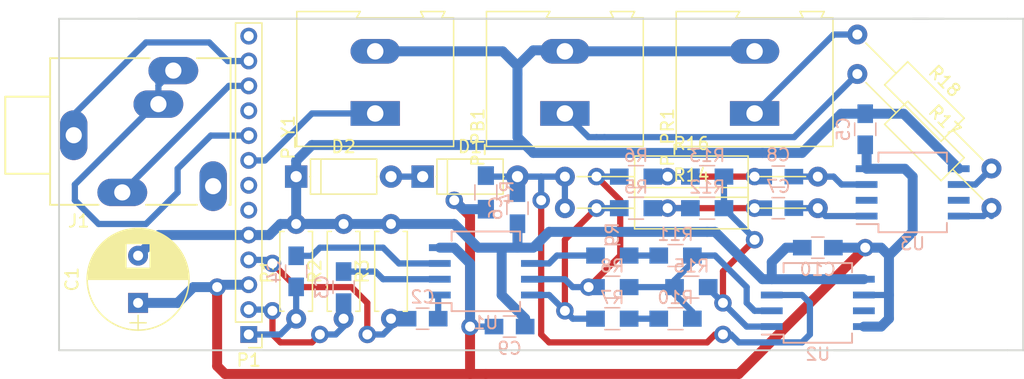
<source format=kicad_pcb>
(kicad_pcb (version 4) (host pcbnew 4.0.4-stable)

  (general
    (links 71)
    (no_connects 0)
    (area 133.184999 84.425 217.017212 115.835002)
    (thickness 1.6)
    (drawings 12)
    (tracks 247)
    (zones 0)
    (modules 38)
    (nets 38)
  )

  (page A4)
  (layers
    (0 F.Cu signal)
    (31 B.Cu signal)
    (32 B.Adhes user)
    (33 F.Adhes user)
    (34 B.Paste user)
    (35 F.Paste user)
    (36 B.SilkS user)
    (37 F.SilkS user)
    (38 B.Mask user)
    (39 F.Mask user)
    (40 Dwgs.User user)
    (41 Cmts.User user)
    (42 Eco1.User user)
    (43 Eco2.User user)
    (44 Edge.Cuts user)
    (45 Margin user)
    (46 B.CrtYd user)
    (47 F.CrtYd user)
    (48 B.Fab user)
    (49 F.Fab user)
  )

  (setup
    (last_trace_width 0.5)
    (user_trace_width 0.8)
    (trace_clearance 0.5)
    (zone_clearance 0.508)
    (zone_45_only no)
    (trace_min 0.5)
    (segment_width 0.2)
    (edge_width 0.15)
    (via_size 1.4)
    (via_drill 0.8)
    (via_min_size 0.6)
    (via_min_drill 0.3)
    (user_via 1.4 0.8)
    (uvia_size 0.3)
    (uvia_drill 0.1)
    (uvias_allowed no)
    (uvia_min_size 0.2)
    (uvia_min_drill 0.1)
    (pcb_text_width 0.3)
    (pcb_text_size 1.5 1.5)
    (mod_edge_width 0.15)
    (mod_text_size 1 1)
    (mod_text_width 0.15)
    (pad_size 1.524 1.524)
    (pad_drill 0.762)
    (pad_to_mask_clearance 0.2)
    (aux_axis_origin 0 0)
    (visible_elements FFFFFFFF)
    (pcbplotparams
      (layerselection 0x00030_80000001)
      (usegerberextensions false)
      (excludeedgelayer true)
      (linewidth 0.100000)
      (plotframeref false)
      (viasonmask false)
      (mode 1)
      (useauxorigin false)
      (hpglpennumber 1)
      (hpglpenspeed 20)
      (hpglpendiameter 15)
      (hpglpenoverlay 2)
      (psnegative false)
      (psa4output false)
      (plotreference true)
      (plotvalue true)
      (plotinvisibletext false)
      (padsonsilk false)
      (subtractmaskfromsilk false)
      (outputformat 1)
      (mirror false)
      (drillshape 0)
      (scaleselection 1)
      (outputdirectory ""))
  )

  (net 0 "")
  (net 1 +5V)
  (net 2 GND)
  (net 3 "Net-(C2-Pad1)")
  (net 4 /BLUE)
  (net 5 "Net-(C3-Pad1)")
  (net 6 /RED)
  (net 7 "Net-(C4-Pad1)")
  (net 8 /GREEN)
  (net 9 +1V0)
  (net 10 "Net-(C7-Pad1)")
  (net 11 "Net-(C7-Pad2)")
  (net 12 "Net-(C8-Pad1)")
  (net 13 "Net-(C8-Pad2)")
  (net 14 "Net-(D1-Pad1)")
  (net 15 /AUDIO_L)
  (net 16 "Net-(J1-Pad4)")
  (net 17 /AUDIO_GND)
  (net 18 /AUDIO_R)
  (net 19 "Net-(P1-Pad6)")
  (net 20 "Net-(P1-Pad7)")
  (net 21 /LUM)
  (net 22 "Net-(P1-Pad13)")
  (net 23 "Net-(P_PB1-Pad1)")
  (net 24 "Net-(P_PR1-Pad1)")
  (net 25 "Net-(R5-Pad2)")
  (net 26 "Net-(R6-Pad2)")
  (net 27 "Net-(R10-Pad2)")
  (net 28 "Net-(R10-Pad1)")
  (net 29 "Net-(R11-Pad2)")
  (net 30 "Net-(R9-Pad2)")
  (net 31 "Net-(R12-Pad1)")
  (net 32 "Net-(R17-Pad2)")
  (net 33 "Net-(R18-Pad2)")
  (net 34 "Net-(U2-Pad7)")
  (net 35 "Net-(U3-Pad2)")
  (net 36 "Net-(U3-Pad7)")
  (net 37 "Net-(P1-Pad10)")

  (net_class Default "This is the default net class."
    (clearance 0.5)
    (trace_width 0.5)
    (via_dia 1.4)
    (via_drill 0.8)
    (uvia_dia 0.3)
    (uvia_drill 0.1)
    (add_net +1V0)
    (add_net +5V)
    (add_net /AUDIO_GND)
    (add_net /AUDIO_L)
    (add_net /AUDIO_R)
    (add_net /BLUE)
    (add_net /GREEN)
    (add_net /LUM)
    (add_net /RED)
    (add_net GND)
    (add_net "Net-(C2-Pad1)")
    (add_net "Net-(C3-Pad1)")
    (add_net "Net-(C4-Pad1)")
    (add_net "Net-(C7-Pad1)")
    (add_net "Net-(C7-Pad2)")
    (add_net "Net-(C8-Pad1)")
    (add_net "Net-(C8-Pad2)")
    (add_net "Net-(D1-Pad1)")
    (add_net "Net-(J1-Pad4)")
    (add_net "Net-(P1-Pad10)")
    (add_net "Net-(P1-Pad13)")
    (add_net "Net-(P1-Pad6)")
    (add_net "Net-(P1-Pad7)")
    (add_net "Net-(P_PB1-Pad1)")
    (add_net "Net-(P_PR1-Pad1)")
    (add_net "Net-(R10-Pad1)")
    (add_net "Net-(R10-Pad2)")
    (add_net "Net-(R11-Pad2)")
    (add_net "Net-(R12-Pad1)")
    (add_net "Net-(R17-Pad2)")
    (add_net "Net-(R18-Pad2)")
    (add_net "Net-(R5-Pad2)")
    (add_net "Net-(R6-Pad2)")
    (add_net "Net-(R9-Pad2)")
    (add_net "Net-(U2-Pad7)")
    (add_net "Net-(U3-Pad2)")
    (add_net "Net-(U3-Pad7)")
  )

  (module Capacitors_SMD:C_0805_HandSoldering (layer B.Cu) (tedit 58AA84A8) (tstamp 59BCEE7F)
    (at 168.91 110.49 180)
    (descr "Capacitor SMD 0805, hand soldering")
    (tags "capacitor 0805")
    (path /59BCD170)
    (attr smd)
    (fp_text reference C2 (at 0 1.75 180) (layer B.SilkS)
      (effects (font (size 1 1) (thickness 0.15)) (justify mirror))
    )
    (fp_text value 100nF (at 0 -1.75 180) (layer B.Fab)
      (effects (font (size 1 1) (thickness 0.15)) (justify mirror))
    )
    (fp_text user %R (at 0 1.75 180) (layer B.Fab)
      (effects (font (size 1 1) (thickness 0.15)) (justify mirror))
    )
    (fp_line (start -1 -0.62) (end -1 0.62) (layer B.Fab) (width 0.1))
    (fp_line (start 1 -0.62) (end -1 -0.62) (layer B.Fab) (width 0.1))
    (fp_line (start 1 0.62) (end 1 -0.62) (layer B.Fab) (width 0.1))
    (fp_line (start -1 0.62) (end 1 0.62) (layer B.Fab) (width 0.1))
    (fp_line (start 0.5 0.85) (end -0.5 0.85) (layer B.SilkS) (width 0.12))
    (fp_line (start -0.5 -0.85) (end 0.5 -0.85) (layer B.SilkS) (width 0.12))
    (fp_line (start -2.25 0.88) (end 2.25 0.88) (layer B.CrtYd) (width 0.05))
    (fp_line (start -2.25 0.88) (end -2.25 -0.87) (layer B.CrtYd) (width 0.05))
    (fp_line (start 2.25 -0.87) (end 2.25 0.88) (layer B.CrtYd) (width 0.05))
    (fp_line (start 2.25 -0.87) (end -2.25 -0.87) (layer B.CrtYd) (width 0.05))
    (pad 1 smd rect (at -1.25 0 180) (size 1.5 1.25) (layers B.Cu B.Paste B.Mask)
      (net 3 "Net-(C2-Pad1)"))
    (pad 2 smd rect (at 1.25 0 180) (size 1.5 1.25) (layers B.Cu B.Paste B.Mask)
      (net 4 /BLUE))
    (model Capacitors_SMD.3dshapes/C_0805.wrl
      (at (xyz 0 0 0))
      (scale (xyz 1 1 1))
      (rotate (xyz 0 0 0))
    )
  )

  (module Capacitors_SMD:C_0805_HandSoldering (layer B.Cu) (tedit 58AA84A8) (tstamp 59BCEE85)
    (at 162.56 107.95 270)
    (descr "Capacitor SMD 0805, hand soldering")
    (tags "capacitor 0805")
    (path /59BCD2E5)
    (attr smd)
    (fp_text reference C3 (at 0 1.75 270) (layer B.SilkS)
      (effects (font (size 1 1) (thickness 0.15)) (justify mirror))
    )
    (fp_text value 100nF (at 0 -1.75 270) (layer B.Fab)
      (effects (font (size 1 1) (thickness 0.15)) (justify mirror))
    )
    (fp_text user %R (at 0 1.75 270) (layer B.Fab)
      (effects (font (size 1 1) (thickness 0.15)) (justify mirror))
    )
    (fp_line (start -1 -0.62) (end -1 0.62) (layer B.Fab) (width 0.1))
    (fp_line (start 1 -0.62) (end -1 -0.62) (layer B.Fab) (width 0.1))
    (fp_line (start 1 0.62) (end 1 -0.62) (layer B.Fab) (width 0.1))
    (fp_line (start -1 0.62) (end 1 0.62) (layer B.Fab) (width 0.1))
    (fp_line (start 0.5 0.85) (end -0.5 0.85) (layer B.SilkS) (width 0.12))
    (fp_line (start -0.5 -0.85) (end 0.5 -0.85) (layer B.SilkS) (width 0.12))
    (fp_line (start -2.25 0.88) (end 2.25 0.88) (layer B.CrtYd) (width 0.05))
    (fp_line (start -2.25 0.88) (end -2.25 -0.87) (layer B.CrtYd) (width 0.05))
    (fp_line (start 2.25 -0.87) (end 2.25 0.88) (layer B.CrtYd) (width 0.05))
    (fp_line (start 2.25 -0.87) (end -2.25 -0.87) (layer B.CrtYd) (width 0.05))
    (pad 1 smd rect (at -1.25 0 270) (size 1.5 1.25) (layers B.Cu B.Paste B.Mask)
      (net 5 "Net-(C3-Pad1)"))
    (pad 2 smd rect (at 1.25 0 270) (size 1.5 1.25) (layers B.Cu B.Paste B.Mask)
      (net 6 /RED))
    (model Capacitors_SMD.3dshapes/C_0805.wrl
      (at (xyz 0 0 0))
      (scale (xyz 1 1 1))
      (rotate (xyz 0 0 0))
    )
  )

  (module Capacitors_SMD:C_0805_HandSoldering (layer B.Cu) (tedit 58AA84A8) (tstamp 59BCEE8B)
    (at 158.75 106.68 270)
    (descr "Capacitor SMD 0805, hand soldering")
    (tags "capacitor 0805")
    (path /59BCD338)
    (attr smd)
    (fp_text reference C4 (at 0 1.75 270) (layer B.SilkS)
      (effects (font (size 1 1) (thickness 0.15)) (justify mirror))
    )
    (fp_text value 100nF (at 0 -1.75 270) (layer B.Fab)
      (effects (font (size 1 1) (thickness 0.15)) (justify mirror))
    )
    (fp_text user %R (at 0 1.75 270) (layer B.Fab)
      (effects (font (size 1 1) (thickness 0.15)) (justify mirror))
    )
    (fp_line (start -1 -0.62) (end -1 0.62) (layer B.Fab) (width 0.1))
    (fp_line (start 1 -0.62) (end -1 -0.62) (layer B.Fab) (width 0.1))
    (fp_line (start 1 0.62) (end 1 -0.62) (layer B.Fab) (width 0.1))
    (fp_line (start -1 0.62) (end 1 0.62) (layer B.Fab) (width 0.1))
    (fp_line (start 0.5 0.85) (end -0.5 0.85) (layer B.SilkS) (width 0.12))
    (fp_line (start -0.5 -0.85) (end 0.5 -0.85) (layer B.SilkS) (width 0.12))
    (fp_line (start -2.25 0.88) (end 2.25 0.88) (layer B.CrtYd) (width 0.05))
    (fp_line (start -2.25 0.88) (end -2.25 -0.87) (layer B.CrtYd) (width 0.05))
    (fp_line (start 2.25 -0.87) (end 2.25 0.88) (layer B.CrtYd) (width 0.05))
    (fp_line (start 2.25 -0.87) (end -2.25 -0.87) (layer B.CrtYd) (width 0.05))
    (pad 1 smd rect (at -1.25 0 270) (size 1.5 1.25) (layers B.Cu B.Paste B.Mask)
      (net 7 "Net-(C4-Pad1)"))
    (pad 2 smd rect (at 1.25 0 270) (size 1.5 1.25) (layers B.Cu B.Paste B.Mask)
      (net 8 /GREEN))
    (model Capacitors_SMD.3dshapes/C_0805.wrl
      (at (xyz 0 0 0))
      (scale (xyz 1 1 1))
      (rotate (xyz 0 0 0))
    )
  )

  (module Capacitors_SMD:C_0805_HandSoldering (layer B.Cu) (tedit 58AA84A8) (tstamp 59BCEE91)
    (at 204.47 95.25 270)
    (descr "Capacitor SMD 0805, hand soldering")
    (tags "capacitor 0805")
    (path /59BE313F)
    (attr smd)
    (fp_text reference C5 (at 0 1.75 270) (layer B.SilkS)
      (effects (font (size 1 1) (thickness 0.15)) (justify mirror))
    )
    (fp_text value 100nF (at 0 -1.75 270) (layer B.Fab)
      (effects (font (size 1 1) (thickness 0.15)) (justify mirror))
    )
    (fp_text user %R (at 0 1.75 270) (layer B.Fab)
      (effects (font (size 1 1) (thickness 0.15)) (justify mirror))
    )
    (fp_line (start -1 -0.62) (end -1 0.62) (layer B.Fab) (width 0.1))
    (fp_line (start 1 -0.62) (end -1 -0.62) (layer B.Fab) (width 0.1))
    (fp_line (start 1 0.62) (end 1 -0.62) (layer B.Fab) (width 0.1))
    (fp_line (start -1 0.62) (end 1 0.62) (layer B.Fab) (width 0.1))
    (fp_line (start 0.5 0.85) (end -0.5 0.85) (layer B.SilkS) (width 0.12))
    (fp_line (start -0.5 -0.85) (end 0.5 -0.85) (layer B.SilkS) (width 0.12))
    (fp_line (start -2.25 0.88) (end 2.25 0.88) (layer B.CrtYd) (width 0.05))
    (fp_line (start -2.25 0.88) (end -2.25 -0.87) (layer B.CrtYd) (width 0.05))
    (fp_line (start 2.25 -0.87) (end 2.25 0.88) (layer B.CrtYd) (width 0.05))
    (fp_line (start 2.25 -0.87) (end -2.25 -0.87) (layer B.CrtYd) (width 0.05))
    (pad 1 smd rect (at -1.25 0 270) (size 1.5 1.25) (layers B.Cu B.Paste B.Mask)
      (net 2 GND))
    (pad 2 smd rect (at 1.25 0 270) (size 1.5 1.25) (layers B.Cu B.Paste B.Mask)
      (net 1 +5V))
    (model Capacitors_SMD.3dshapes/C_0805.wrl
      (at (xyz 0 0 0))
      (scale (xyz 1 1 1))
      (rotate (xyz 0 0 0))
    )
  )

  (module Capacitors_SMD:C_0805_HandSoldering (layer B.Cu) (tedit 58AA84A8) (tstamp 59BCEE97)
    (at 176.53 101.6 270)
    (descr "Capacitor SMD 0805, hand soldering")
    (tags "capacitor 0805")
    (path /59BE9DF0)
    (attr smd)
    (fp_text reference C6 (at 0 1.75 270) (layer B.SilkS)
      (effects (font (size 1 1) (thickness 0.15)) (justify mirror))
    )
    (fp_text value 100nF (at 0 -1.75 270) (layer B.Fab)
      (effects (font (size 1 1) (thickness 0.15)) (justify mirror))
    )
    (fp_text user %R (at 0 1.75 270) (layer B.Fab)
      (effects (font (size 1 1) (thickness 0.15)) (justify mirror))
    )
    (fp_line (start -1 -0.62) (end -1 0.62) (layer B.Fab) (width 0.1))
    (fp_line (start 1 -0.62) (end -1 -0.62) (layer B.Fab) (width 0.1))
    (fp_line (start 1 0.62) (end 1 -0.62) (layer B.Fab) (width 0.1))
    (fp_line (start -1 0.62) (end 1 0.62) (layer B.Fab) (width 0.1))
    (fp_line (start 0.5 0.85) (end -0.5 0.85) (layer B.SilkS) (width 0.12))
    (fp_line (start -0.5 -0.85) (end 0.5 -0.85) (layer B.SilkS) (width 0.12))
    (fp_line (start -2.25 0.88) (end 2.25 0.88) (layer B.CrtYd) (width 0.05))
    (fp_line (start -2.25 0.88) (end -2.25 -0.87) (layer B.CrtYd) (width 0.05))
    (fp_line (start 2.25 -0.87) (end 2.25 0.88) (layer B.CrtYd) (width 0.05))
    (fp_line (start 2.25 -0.87) (end -2.25 -0.87) (layer B.CrtYd) (width 0.05))
    (pad 1 smd rect (at -1.25 0 270) (size 1.5 1.25) (layers B.Cu B.Paste B.Mask)
      (net 9 +1V0))
    (pad 2 smd rect (at 1.25 0 270) (size 1.5 1.25) (layers B.Cu B.Paste B.Mask)
      (net 2 GND))
    (model Capacitors_SMD.3dshapes/C_0805.wrl
      (at (xyz 0 0 0))
      (scale (xyz 1 1 1))
      (rotate (xyz 0 0 0))
    )
  )

  (module Capacitors_SMD:C_0805_HandSoldering (layer B.Cu) (tedit 58AA84A8) (tstamp 59BCEE9D)
    (at 197.485 101.6 180)
    (descr "Capacitor SMD 0805, hand soldering")
    (tags "capacitor 0805")
    (path /59BD8843)
    (attr smd)
    (fp_text reference C7 (at 0 1.75 180) (layer B.SilkS)
      (effects (font (size 1 1) (thickness 0.15)) (justify mirror))
    )
    (fp_text value 100nF (at 0 -1.75 180) (layer B.Fab)
      (effects (font (size 1 1) (thickness 0.15)) (justify mirror))
    )
    (fp_text user %R (at 0 1.75 180) (layer B.Fab)
      (effects (font (size 1 1) (thickness 0.15)) (justify mirror))
    )
    (fp_line (start -1 -0.62) (end -1 0.62) (layer B.Fab) (width 0.1))
    (fp_line (start 1 -0.62) (end -1 -0.62) (layer B.Fab) (width 0.1))
    (fp_line (start 1 0.62) (end 1 -0.62) (layer B.Fab) (width 0.1))
    (fp_line (start -1 0.62) (end 1 0.62) (layer B.Fab) (width 0.1))
    (fp_line (start 0.5 0.85) (end -0.5 0.85) (layer B.SilkS) (width 0.12))
    (fp_line (start -0.5 -0.85) (end 0.5 -0.85) (layer B.SilkS) (width 0.12))
    (fp_line (start -2.25 0.88) (end 2.25 0.88) (layer B.CrtYd) (width 0.05))
    (fp_line (start -2.25 0.88) (end -2.25 -0.87) (layer B.CrtYd) (width 0.05))
    (fp_line (start 2.25 -0.87) (end 2.25 0.88) (layer B.CrtYd) (width 0.05))
    (fp_line (start 2.25 -0.87) (end -2.25 -0.87) (layer B.CrtYd) (width 0.05))
    (pad 1 smd rect (at -1.25 0 180) (size 1.5 1.25) (layers B.Cu B.Paste B.Mask)
      (net 10 "Net-(C7-Pad1)"))
    (pad 2 smd rect (at 1.25 0 180) (size 1.5 1.25) (layers B.Cu B.Paste B.Mask)
      (net 11 "Net-(C7-Pad2)"))
    (model Capacitors_SMD.3dshapes/C_0805.wrl
      (at (xyz 0 0 0))
      (scale (xyz 1 1 1))
      (rotate (xyz 0 0 0))
    )
  )

  (module Capacitors_SMD:C_0805_HandSoldering (layer B.Cu) (tedit 58AA84A8) (tstamp 59BCEEA3)
    (at 197.485 99.06 180)
    (descr "Capacitor SMD 0805, hand soldering")
    (tags "capacitor 0805")
    (path /59BD8C3A)
    (attr smd)
    (fp_text reference C8 (at 0 1.75 180) (layer B.SilkS)
      (effects (font (size 1 1) (thickness 0.15)) (justify mirror))
    )
    (fp_text value 100nF (at 0 -1.75 180) (layer B.Fab)
      (effects (font (size 1 1) (thickness 0.15)) (justify mirror))
    )
    (fp_text user %R (at 0 1.75 180) (layer B.Fab)
      (effects (font (size 1 1) (thickness 0.15)) (justify mirror))
    )
    (fp_line (start -1 -0.62) (end -1 0.62) (layer B.Fab) (width 0.1))
    (fp_line (start 1 -0.62) (end -1 -0.62) (layer B.Fab) (width 0.1))
    (fp_line (start 1 0.62) (end 1 -0.62) (layer B.Fab) (width 0.1))
    (fp_line (start -1 0.62) (end 1 0.62) (layer B.Fab) (width 0.1))
    (fp_line (start 0.5 0.85) (end -0.5 0.85) (layer B.SilkS) (width 0.12))
    (fp_line (start -0.5 -0.85) (end 0.5 -0.85) (layer B.SilkS) (width 0.12))
    (fp_line (start -2.25 0.88) (end 2.25 0.88) (layer B.CrtYd) (width 0.05))
    (fp_line (start -2.25 0.88) (end -2.25 -0.87) (layer B.CrtYd) (width 0.05))
    (fp_line (start 2.25 -0.87) (end 2.25 0.88) (layer B.CrtYd) (width 0.05))
    (fp_line (start 2.25 -0.87) (end -2.25 -0.87) (layer B.CrtYd) (width 0.05))
    (pad 1 smd rect (at -1.25 0 180) (size 1.5 1.25) (layers B.Cu B.Paste B.Mask)
      (net 12 "Net-(C8-Pad1)"))
    (pad 2 smd rect (at 1.25 0 180) (size 1.5 1.25) (layers B.Cu B.Paste B.Mask)
      (net 13 "Net-(C8-Pad2)"))
    (model Capacitors_SMD.3dshapes/C_0805.wrl
      (at (xyz 0 0 0))
      (scale (xyz 1 1 1))
      (rotate (xyz 0 0 0))
    )
  )

  (module Capacitors_SMD:C_0805_HandSoldering (layer B.Cu) (tedit 58AA84A8) (tstamp 59BCEEA9)
    (at 175.895 111.125)
    (descr "Capacitor SMD 0805, hand soldering")
    (tags "capacitor 0805")
    (path /59BE32BF)
    (attr smd)
    (fp_text reference C9 (at 0 1.75) (layer B.SilkS)
      (effects (font (size 1 1) (thickness 0.15)) (justify mirror))
    )
    (fp_text value 100nF (at 0 -1.75) (layer B.Fab)
      (effects (font (size 1 1) (thickness 0.15)) (justify mirror))
    )
    (fp_text user %R (at 0 1.75) (layer B.Fab)
      (effects (font (size 1 1) (thickness 0.15)) (justify mirror))
    )
    (fp_line (start -1 -0.62) (end -1 0.62) (layer B.Fab) (width 0.1))
    (fp_line (start 1 -0.62) (end -1 -0.62) (layer B.Fab) (width 0.1))
    (fp_line (start 1 0.62) (end 1 -0.62) (layer B.Fab) (width 0.1))
    (fp_line (start -1 0.62) (end 1 0.62) (layer B.Fab) (width 0.1))
    (fp_line (start 0.5 0.85) (end -0.5 0.85) (layer B.SilkS) (width 0.12))
    (fp_line (start -0.5 -0.85) (end 0.5 -0.85) (layer B.SilkS) (width 0.12))
    (fp_line (start -2.25 0.88) (end 2.25 0.88) (layer B.CrtYd) (width 0.05))
    (fp_line (start -2.25 0.88) (end -2.25 -0.87) (layer B.CrtYd) (width 0.05))
    (fp_line (start 2.25 -0.87) (end 2.25 0.88) (layer B.CrtYd) (width 0.05))
    (fp_line (start 2.25 -0.87) (end -2.25 -0.87) (layer B.CrtYd) (width 0.05))
    (pad 1 smd rect (at -1.25 0) (size 1.5 1.25) (layers B.Cu B.Paste B.Mask)
      (net 1 +5V))
    (pad 2 smd rect (at 1.25 0) (size 1.5 1.25) (layers B.Cu B.Paste B.Mask)
      (net 2 GND))
    (model Capacitors_SMD.3dshapes/C_0805.wrl
      (at (xyz 0 0 0))
      (scale (xyz 1 1 1))
      (rotate (xyz 0 0 0))
    )
  )

  (module Capacitors_SMD:C_0805_HandSoldering (layer B.Cu) (tedit 58AA84A8) (tstamp 59BCEEAF)
    (at 200.66 104.775)
    (descr "Capacitor SMD 0805, hand soldering")
    (tags "capacitor 0805")
    (path /59BE3364)
    (attr smd)
    (fp_text reference C10 (at 0 1.75) (layer B.SilkS)
      (effects (font (size 1 1) (thickness 0.15)) (justify mirror))
    )
    (fp_text value 100nF (at 0 -1.75) (layer B.Fab)
      (effects (font (size 1 1) (thickness 0.15)) (justify mirror))
    )
    (fp_text user %R (at 0 1.75) (layer B.Fab)
      (effects (font (size 1 1) (thickness 0.15)) (justify mirror))
    )
    (fp_line (start -1 -0.62) (end -1 0.62) (layer B.Fab) (width 0.1))
    (fp_line (start 1 -0.62) (end -1 -0.62) (layer B.Fab) (width 0.1))
    (fp_line (start 1 0.62) (end 1 -0.62) (layer B.Fab) (width 0.1))
    (fp_line (start -1 0.62) (end 1 0.62) (layer B.Fab) (width 0.1))
    (fp_line (start 0.5 0.85) (end -0.5 0.85) (layer B.SilkS) (width 0.12))
    (fp_line (start -0.5 -0.85) (end 0.5 -0.85) (layer B.SilkS) (width 0.12))
    (fp_line (start -2.25 0.88) (end 2.25 0.88) (layer B.CrtYd) (width 0.05))
    (fp_line (start -2.25 0.88) (end -2.25 -0.87) (layer B.CrtYd) (width 0.05))
    (fp_line (start 2.25 -0.87) (end 2.25 0.88) (layer B.CrtYd) (width 0.05))
    (fp_line (start 2.25 -0.87) (end -2.25 -0.87) (layer B.CrtYd) (width 0.05))
    (pad 1 smd rect (at -1.25 0) (size 1.5 1.25) (layers B.Cu B.Paste B.Mask)
      (net 2 GND))
    (pad 2 smd rect (at 1.25 0) (size 1.5 1.25) (layers B.Cu B.Paste B.Mask)
      (net 1 +5V))
    (model Capacitors_SMD.3dshapes/C_0805.wrl
      (at (xyz 0 0 0))
      (scale (xyz 1 1 1))
      (rotate (xyz 0 0 0))
    )
  )

  (module Diodes_ThroughHole:D_A-405_P7.62mm_Horizontal (layer F.Cu) (tedit 59BCF394) (tstamp 59BCEEB5)
    (at 168.91 99.06)
    (descr "D, A-405 series, Axial, Horizontal, pin pitch=7.62mm, , length*diameter=5.2*2.7mm^2, , http://www.diodes.com/_files/packages/A-405.pdf")
    (tags "D A-405 series Axial Horizontal pin pitch 7.62mm  length 5.2mm diameter 2.7mm")
    (path /59BE686F)
    (fp_text reference D1 (at 3.81 -2.41) (layer F.SilkS)
      (effects (font (size 1 1) (thickness 0.15)))
    )
    (fp_text value 0.5V (at 3.81 2.41) (layer F.Fab)
      (effects (font (size 1 1) (thickness 0.15)))
    )
    (fp_text user %R (at 3.81 0) (layer F.Fab)
      (effects (font (size 1 1) (thickness 0.15)))
    )
    (fp_line (start 1.21 -1.35) (end 1.21 1.35) (layer F.Fab) (width 0.1))
    (fp_line (start 1.21 1.35) (end 6.41 1.35) (layer F.Fab) (width 0.1))
    (fp_line (start 6.41 1.35) (end 6.41 -1.35) (layer F.Fab) (width 0.1))
    (fp_line (start 6.41 -1.35) (end 1.21 -1.35) (layer F.Fab) (width 0.1))
    (fp_line (start 0 0) (end 1.21 0) (layer F.Fab) (width 0.1))
    (fp_line (start 7.62 0) (end 6.41 0) (layer F.Fab) (width 0.1))
    (fp_line (start 1.99 -1.35) (end 1.99 1.35) (layer F.Fab) (width 0.1))
    (fp_line (start 1.15 -1.41) (end 1.15 1.41) (layer F.SilkS) (width 0.12))
    (fp_line (start 1.15 1.41) (end 6.47 1.41) (layer F.SilkS) (width 0.12))
    (fp_line (start 6.47 1.41) (end 6.47 -1.41) (layer F.SilkS) (width 0.12))
    (fp_line (start 6.47 -1.41) (end 1.15 -1.41) (layer F.SilkS) (width 0.12))
    (fp_line (start 1.08 0) (end 1.15 0) (layer F.SilkS) (width 0.12))
    (fp_line (start 6.54 0) (end 6.47 0) (layer F.SilkS) (width 0.12))
    (fp_line (start 1.99 -1.41) (end 1.99 1.41) (layer F.SilkS) (width 0.12))
    (fp_line (start -1.15 -1.7) (end -1.15 1.7) (layer F.CrtYd) (width 0.05))
    (fp_line (start -1.15 1.7) (end 8.8 1.7) (layer F.CrtYd) (width 0.05))
    (fp_line (start 8.8 1.7) (end 8.8 -1.7) (layer F.CrtYd) (width 0.05))
    (fp_line (start 8.8 -1.7) (end -1.15 -1.7) (layer F.CrtYd) (width 0.05))
    (pad 1 thru_hole rect (at 0 0) (size 1.8 1.8) (drill 0.9) (layers *.Cu *.Mask)
      (net 14 "Net-(D1-Pad1)"))
    (pad 2 thru_hole oval (at 7.62 0) (size 1.8 1.8) (drill 0.9) (layers *.Cu *.Mask)
      (net 9 +1V0))
    (model ${KISYS3DMOD}/Diodes_THT.3dshapes/D_A-405_P7.62mm_Horizontal.wrl
      (at (xyz 0 0 0))
      (scale (xyz 0.393701 0.393701 0.393701))
      (rotate (xyz 0 0 0))
    )
  )

  (module Diodes_ThroughHole:D_A-405_P7.62mm_Horizontal (layer F.Cu) (tedit 59BD0009) (tstamp 59BCEEBB)
    (at 158.75 99.06)
    (descr "D, A-405 series, Axial, Horizontal, pin pitch=7.62mm, , length*diameter=5.2*2.7mm^2, , http://www.diodes.com/_files/packages/A-405.pdf")
    (tags "D A-405 series Axial Horizontal pin pitch 7.62mm  length 5.2mm diameter 2.7mm")
    (path /59BE69E4)
    (fp_text reference D2 (at 3.81 -2.41) (layer F.SilkS)
      (effects (font (size 1 1) (thickness 0.15)))
    )
    (fp_text value 0.5V (at 3.81 2.41) (layer F.Fab)
      (effects (font (size 1 1) (thickness 0.15)))
    )
    (fp_text user %R (at 3.81 0) (layer F.Fab)
      (effects (font (size 1 1) (thickness 0.15)))
    )
    (fp_line (start 1.21 -1.35) (end 1.21 1.35) (layer F.Fab) (width 0.1))
    (fp_line (start 1.21 1.35) (end 6.41 1.35) (layer F.Fab) (width 0.1))
    (fp_line (start 6.41 1.35) (end 6.41 -1.35) (layer F.Fab) (width 0.1))
    (fp_line (start 6.41 -1.35) (end 1.21 -1.35) (layer F.Fab) (width 0.1))
    (fp_line (start 0 0) (end 1.21 0) (layer F.Fab) (width 0.1))
    (fp_line (start 7.62 0) (end 6.41 0) (layer F.Fab) (width 0.1))
    (fp_line (start 1.99 -1.35) (end 1.99 1.35) (layer F.Fab) (width 0.1))
    (fp_line (start 1.15 -1.41) (end 1.15 1.41) (layer F.SilkS) (width 0.12))
    (fp_line (start 1.15 1.41) (end 6.47 1.41) (layer F.SilkS) (width 0.12))
    (fp_line (start 6.47 1.41) (end 6.47 -1.41) (layer F.SilkS) (width 0.12))
    (fp_line (start 6.47 -1.41) (end 1.15 -1.41) (layer F.SilkS) (width 0.12))
    (fp_line (start 1.08 0) (end 1.15 0) (layer F.SilkS) (width 0.12))
    (fp_line (start 6.54 0) (end 6.47 0) (layer F.SilkS) (width 0.12))
    (fp_line (start 1.99 -1.41) (end 1.99 1.41) (layer F.SilkS) (width 0.12))
    (fp_line (start -1.15 -1.7) (end -1.15 1.7) (layer F.CrtYd) (width 0.05))
    (fp_line (start -1.15 1.7) (end 8.8 1.7) (layer F.CrtYd) (width 0.05))
    (fp_line (start 8.8 1.7) (end 8.8 -1.7) (layer F.CrtYd) (width 0.05))
    (fp_line (start 8.8 -1.7) (end -1.15 -1.7) (layer F.CrtYd) (width 0.05))
    (pad 1 thru_hole rect (at 0 0) (size 1.8 1.8) (drill 0.9) (layers *.Cu *.Mask)
      (net 2 GND))
    (pad 2 thru_hole oval (at 7.62 0) (size 1.8 1.8) (drill 0.9) (layers *.Cu *.Mask)
      (net 14 "Net-(D1-Pad1)"))
    (model ${KISYS3DMOD}/Diodes_THT.3dshapes/D_A-405_P7.62mm_Horizontal.wrl
      (at (xyz 0 0 0))
      (scale (xyz 0.393701 0.393701 0.393701))
      (rotate (xyz 0 0 0))
    )
  )

  (module Connect:Stereo_Jack_3.5mm_Switch_Ledino_KB3SPRS (layer F.Cu) (tedit 59B11716) (tstamp 59BCEEC4)
    (at 144.78 100.33)
    (descr https://www.reichelt.de/index.html?ACTION=7&LA=3&OPEN=0&INDEX=0&FILENAME=C160%252FKB3SPRS.pdf)
    (tags "jack stereo TRS")
    (path /59BF08AE)
    (fp_text reference J1 (at -3.5 2.3) (layer F.SilkS)
      (effects (font (size 1 1) (thickness 0.15)))
    )
    (fp_text value JACK_TRS_5PINS (at 2.3 -12.2) (layer F.Fab)
      (effects (font (size 1 1) (thickness 0.15)))
    )
    (fp_line (start -9.3 -7.6) (end -9.3 -1.6) (layer F.Fab) (width 0.1))
    (fp_line (start -9.3 -1.6) (end -5.7 -1.6) (layer F.Fab) (width 0.1))
    (fp_line (start -9.3 -7.6) (end -5.7 -7.6) (layer F.Fab) (width 0.1))
    (fp_line (start -5.7 -10.7) (end -5.7 0.9) (layer F.Fab) (width 0.1))
    (fp_line (start -5.7 0.9) (end 8.6 0.9) (layer F.Fab) (width 0.1))
    (fp_line (start 8.6 0.9) (end 8.6 -10.7) (layer F.Fab) (width 0.1))
    (fp_line (start 8.6 -10.7) (end -5.7 -10.7) (layer F.Fab) (width 0.1))
    (fp_text user %R (at 2.7 -4.6) (layer F.Fab)
      (effects (font (size 1 1) (thickness 0.15)))
    )
    (fp_line (start -9.8 2) (end 9.1 2) (layer F.CrtYd) (width 0.05))
    (fp_line (start 9.1 -11.4) (end -9.8 -11.4) (layer F.CrtYd) (width 0.05))
    (fp_line (start -5.8 -10.8) (end 2.2 -10.8) (layer F.SilkS) (width 0.15))
    (fp_line (start 6 -10.8) (end 8.7 -10.8) (layer F.SilkS) (width 0.15))
    (fp_line (start 8.7 -10.8) (end 8.7 1) (layer F.SilkS) (width 0.15))
    (fp_line (start 8.7 1) (end 8.6 1) (layer F.SilkS) (width 0.15))
    (fp_line (start 6 1) (end 1.9 1) (layer F.SilkS) (width 0.15))
    (fp_line (start -1.9 1) (end -5.8 1) (layer F.SilkS) (width 0.15))
    (fp_line (start -5.8 1) (end -5.8 -10.8) (layer F.SilkS) (width 0.15))
    (fp_line (start -5.8 -7.7) (end -9.4 -7.7) (layer F.SilkS) (width 0.15))
    (fp_line (start -9.4 -7.7) (end -9.4 -1.5) (layer F.SilkS) (width 0.15))
    (fp_line (start -9.4 -1.5) (end -5.8 -1.5) (layer F.SilkS) (width 0.15))
    (fp_line (start -9.8 -11.4) (end -9.8 2) (layer F.CrtYd) (width 0.05))
    (fp_line (start 9.1 2) (end 9.1 -11.4) (layer F.CrtYd) (width 0.05))
    (pad 1 thru_hole oval (at 0 0) (size 4 2.2) (drill 1.3) (layers *.Cu *.Mask)
      (net 15 /AUDIO_L))
    (pad 4 thru_hole oval (at 7.3 -0.5 90) (size 4 2.2) (drill 1.3) (layers *.Cu *.Mask)
      (net 16 "Net-(J1-Pad4)"))
    (pad 5 thru_hole oval (at 2.9 -7.1) (size 4 2.2) (drill 1.3) (layers *.Cu *.Mask)
      (net 18 /AUDIO_R))
    (pad 2 thru_hole oval (at 4.1 -9.8) (size 4 2.2) (drill 1.3) (layers *.Cu *.Mask)
      (net 18 /AUDIO_R))
    (pad 3 thru_hole oval (at -3.9 -4.6) (size 2.2 4) (drill 1.3) (layers *.Cu *.Mask)
      (net 17 /AUDIO_GND))
    (model ${KISYS3DMOD}/Connectors.3dshapes/Stereo_Jack_3.5mm_Switch_Ledino_KB3SPRS.wrl
      (at (xyz 0 0 0))
      (scale (xyz 1 1 1))
      (rotate (xyz 0 0 0))
    )
  )

  (module Pin_Headers:Pin_Header_Straight_1x13_Pitch2.00mm (layer F.Cu) (tedit 59650533) (tstamp 59BCEED5)
    (at 154.94 111.76 180)
    (descr "Through hole straight pin header, 1x13, 2.00mm pitch, single row")
    (tags "Through hole pin header THT 1x13 2.00mm single row")
    (path /59BCBB64)
    (fp_text reference P1 (at 0 -2.06 180) (layer F.SilkS)
      (effects (font (size 1 1) (thickness 0.15)))
    )
    (fp_text value CONN_01X13 (at 0 26.06 180) (layer F.Fab)
      (effects (font (size 1 1) (thickness 0.15)))
    )
    (fp_line (start -0.5 -1) (end 1 -1) (layer F.Fab) (width 0.1))
    (fp_line (start 1 -1) (end 1 25) (layer F.Fab) (width 0.1))
    (fp_line (start 1 25) (end -1 25) (layer F.Fab) (width 0.1))
    (fp_line (start -1 25) (end -1 -0.5) (layer F.Fab) (width 0.1))
    (fp_line (start -1 -0.5) (end -0.5 -1) (layer F.Fab) (width 0.1))
    (fp_line (start -1.06 25.06) (end 1.06 25.06) (layer F.SilkS) (width 0.12))
    (fp_line (start -1.06 1) (end -1.06 25.06) (layer F.SilkS) (width 0.12))
    (fp_line (start 1.06 1) (end 1.06 25.06) (layer F.SilkS) (width 0.12))
    (fp_line (start -1.06 1) (end 1.06 1) (layer F.SilkS) (width 0.12))
    (fp_line (start -1.06 0) (end -1.06 -1.06) (layer F.SilkS) (width 0.12))
    (fp_line (start -1.06 -1.06) (end 0 -1.06) (layer F.SilkS) (width 0.12))
    (fp_line (start -1.5 -1.5) (end -1.5 25.5) (layer F.CrtYd) (width 0.05))
    (fp_line (start -1.5 25.5) (end 1.5 25.5) (layer F.CrtYd) (width 0.05))
    (fp_line (start 1.5 25.5) (end 1.5 -1.5) (layer F.CrtYd) (width 0.05))
    (fp_line (start 1.5 -1.5) (end -1.5 -1.5) (layer F.CrtYd) (width 0.05))
    (fp_text user %R (at 0 12 270) (layer F.Fab)
      (effects (font (size 1 1) (thickness 0.15)))
    )
    (pad 1 thru_hole rect (at 0 0 180) (size 1.35 1.35) (drill 0.8) (layers *.Cu *.Mask)
      (net 8 /GREEN))
    (pad 2 thru_hole oval (at 0 2 180) (size 1.35 1.35) (drill 0.8) (layers *.Cu *.Mask)
      (net 6 /RED))
    (pad 3 thru_hole oval (at 0 4 180) (size 1.35 1.35) (drill 0.8) (layers *.Cu *.Mask)
      (net 1 +5V))
    (pad 4 thru_hole oval (at 0 6 180) (size 1.35 1.35) (drill 0.8) (layers *.Cu *.Mask)
      (net 4 /BLUE))
    (pad 5 thru_hole oval (at 0 8 180) (size 1.35 1.35) (drill 0.8) (layers *.Cu *.Mask)
      (net 2 GND))
    (pad 6 thru_hole oval (at 0 10 180) (size 1.35 1.35) (drill 0.8) (layers *.Cu *.Mask)
      (net 19 "Net-(P1-Pad6)"))
    (pad 7 thru_hole oval (at 0 12 180) (size 1.35 1.35) (drill 0.8) (layers *.Cu *.Mask)
      (net 20 "Net-(P1-Pad7)"))
    (pad 8 thru_hole oval (at 0 14 180) (size 1.35 1.35) (drill 0.8) (layers *.Cu *.Mask)
      (net 21 /LUM))
    (pad 9 thru_hole oval (at 0 16 180) (size 1.35 1.35) (drill 0.8) (layers *.Cu *.Mask)
      (net 18 /AUDIO_R))
    (pad 10 thru_hole oval (at 0 18 180) (size 1.35 1.35) (drill 0.8) (layers *.Cu *.Mask)
      (net 37 "Net-(P1-Pad10)"))
    (pad 11 thru_hole oval (at 0 20 180) (size 1.35 1.35) (drill 0.8) (layers *.Cu *.Mask)
      (net 15 /AUDIO_L))
    (pad 12 thru_hole oval (at 0 22 180) (size 1.35 1.35) (drill 0.8) (layers *.Cu *.Mask)
      (net 17 /AUDIO_GND))
    (pad 13 thru_hole oval (at 0 24 180) (size 1.35 1.35) (drill 0.8) (layers *.Cu *.Mask)
      (net 22 "Net-(P1-Pad13)"))
    (model ${KISYS3DMOD}/Pin_Headers.3dshapes/Pin_Header_Straight_1x13_Pitch2.00mm.wrl
      (at (xyz 0 0 0))
      (scale (xyz 1 1 1))
      (rotate (xyz 0 0 0))
    )
  )

  (module Connect:AK300-2 (layer F.Cu) (tedit 587FD45E) (tstamp 59BCEEDB)
    (at 180.34 93.98 90)
    (descr CONNECTOR)
    (tags CONNECTOR)
    (path /59BDF14E)
    (fp_text reference P_PB1 (at -1.92 -6.99 90) (layer F.SilkS)
      (effects (font (size 1 1) (thickness 0.15)))
    )
    (fp_text value BNC (at 2.78 7.75 90) (layer F.Fab)
      (effects (font (size 1 1) (thickness 0.15)))
    )
    (fp_line (start -2.65 -6.3) (end -2.65 6.3) (layer F.SilkS) (width 0.12))
    (fp_line (start -2.65 6.3) (end 7.7 6.3) (layer F.SilkS) (width 0.12))
    (fp_line (start 7.7 6.3) (end 7.7 5.35) (layer F.SilkS) (width 0.12))
    (fp_line (start 7.7 5.35) (end 8.2 5.6) (layer F.SilkS) (width 0.12))
    (fp_line (start 8.2 5.6) (end 8.2 3.7) (layer F.SilkS) (width 0.12))
    (fp_line (start 8.2 3.7) (end 8.2 3.65) (layer F.SilkS) (width 0.12))
    (fp_line (start 8.2 3.65) (end 7.7 3.9) (layer F.SilkS) (width 0.12))
    (fp_line (start 7.7 3.9) (end 7.7 -1.5) (layer F.SilkS) (width 0.12))
    (fp_line (start 7.7 -1.5) (end 8.2 -1.2) (layer F.SilkS) (width 0.12))
    (fp_line (start 8.2 -1.2) (end 8.2 -6.3) (layer F.SilkS) (width 0.12))
    (fp_line (start 8.2 -6.3) (end -2.65 -6.3) (layer F.SilkS) (width 0.12))
    (fp_line (start 8.36 -6.47) (end -2.83 -6.47) (layer F.CrtYd) (width 0.05))
    (fp_line (start 8.36 6.47) (end 8.36 -6.47) (layer F.CrtYd) (width 0.05))
    (fp_line (start -2.83 6.47) (end 8.36 6.47) (layer F.CrtYd) (width 0.05))
    (fp_line (start -2.83 -6.47) (end -2.83 6.47) (layer F.CrtYd) (width 0.05))
    (fp_line (start -1.26 2.54) (end 1.28 2.54) (layer F.Fab) (width 0.1))
    (fp_line (start 1.28 2.54) (end 1.28 -0.25) (layer F.Fab) (width 0.1))
    (fp_line (start -1.26 -0.25) (end 1.28 -0.25) (layer F.Fab) (width 0.1))
    (fp_line (start -1.26 2.54) (end -1.26 -0.25) (layer F.Fab) (width 0.1))
    (fp_line (start 3.74 2.54) (end 6.28 2.54) (layer F.Fab) (width 0.1))
    (fp_line (start 6.28 2.54) (end 6.28 -0.25) (layer F.Fab) (width 0.1))
    (fp_line (start 3.74 -0.25) (end 6.28 -0.25) (layer F.Fab) (width 0.1))
    (fp_line (start 3.74 2.54) (end 3.74 -0.25) (layer F.Fab) (width 0.1))
    (fp_line (start 7.61 -6.22) (end 7.61 -3.17) (layer F.Fab) (width 0.1))
    (fp_line (start 7.61 -6.22) (end -2.58 -6.22) (layer F.Fab) (width 0.1))
    (fp_line (start 7.61 -6.22) (end 8.11 -6.22) (layer F.Fab) (width 0.1))
    (fp_line (start 8.11 -6.22) (end 8.11 -1.4) (layer F.Fab) (width 0.1))
    (fp_line (start 8.11 -1.4) (end 7.61 -1.65) (layer F.Fab) (width 0.1))
    (fp_line (start 8.11 5.46) (end 7.61 5.21) (layer F.Fab) (width 0.1))
    (fp_line (start 7.61 5.21) (end 7.61 6.22) (layer F.Fab) (width 0.1))
    (fp_line (start 8.11 3.81) (end 7.61 4.06) (layer F.Fab) (width 0.1))
    (fp_line (start 7.61 4.06) (end 7.61 5.21) (layer F.Fab) (width 0.1))
    (fp_line (start 8.11 3.81) (end 8.11 5.46) (layer F.Fab) (width 0.1))
    (fp_line (start 2.98 6.22) (end 2.98 4.32) (layer F.Fab) (width 0.1))
    (fp_line (start 7.05 -0.25) (end 7.05 4.32) (layer F.Fab) (width 0.1))
    (fp_line (start 2.98 6.22) (end 7.05 6.22) (layer F.Fab) (width 0.1))
    (fp_line (start 7.05 6.22) (end 7.61 6.22) (layer F.Fab) (width 0.1))
    (fp_line (start 2.04 6.22) (end 2.04 4.32) (layer F.Fab) (width 0.1))
    (fp_line (start 2.04 6.22) (end 2.98 6.22) (layer F.Fab) (width 0.1))
    (fp_line (start -2.02 -0.25) (end -2.02 4.32) (layer F.Fab) (width 0.1))
    (fp_line (start -2.58 6.22) (end -2.02 6.22) (layer F.Fab) (width 0.1))
    (fp_line (start -2.02 6.22) (end 2.04 6.22) (layer F.Fab) (width 0.1))
    (fp_line (start 2.98 4.32) (end 7.05 4.32) (layer F.Fab) (width 0.1))
    (fp_line (start 2.98 4.32) (end 2.98 -0.25) (layer F.Fab) (width 0.1))
    (fp_line (start 7.05 4.32) (end 7.05 6.22) (layer F.Fab) (width 0.1))
    (fp_line (start 2.04 4.32) (end -2.02 4.32) (layer F.Fab) (width 0.1))
    (fp_line (start 2.04 4.32) (end 2.04 -0.25) (layer F.Fab) (width 0.1))
    (fp_line (start -2.02 4.32) (end -2.02 6.22) (layer F.Fab) (width 0.1))
    (fp_line (start 6.67 3.68) (end 6.67 0.51) (layer F.Fab) (width 0.1))
    (fp_line (start 6.67 3.68) (end 3.36 3.68) (layer F.Fab) (width 0.1))
    (fp_line (start 3.36 3.68) (end 3.36 0.51) (layer F.Fab) (width 0.1))
    (fp_line (start 1.66 3.68) (end 1.66 0.51) (layer F.Fab) (width 0.1))
    (fp_line (start 1.66 3.68) (end -1.64 3.68) (layer F.Fab) (width 0.1))
    (fp_line (start -1.64 3.68) (end -1.64 0.51) (layer F.Fab) (width 0.1))
    (fp_line (start -1.64 0.51) (end -1.26 0.51) (layer F.Fab) (width 0.1))
    (fp_line (start 1.66 0.51) (end 1.28 0.51) (layer F.Fab) (width 0.1))
    (fp_line (start 3.36 0.51) (end 3.74 0.51) (layer F.Fab) (width 0.1))
    (fp_line (start 6.67 0.51) (end 6.28 0.51) (layer F.Fab) (width 0.1))
    (fp_line (start -2.58 6.22) (end -2.58 -0.64) (layer F.Fab) (width 0.1))
    (fp_line (start -2.58 -0.64) (end -2.58 -3.17) (layer F.Fab) (width 0.1))
    (fp_line (start 7.61 -1.65) (end 7.61 -0.64) (layer F.Fab) (width 0.1))
    (fp_line (start 7.61 -0.64) (end 7.61 4.06) (layer F.Fab) (width 0.1))
    (fp_line (start -2.58 -3.17) (end 7.61 -3.17) (layer F.Fab) (width 0.1))
    (fp_line (start -2.58 -3.17) (end -2.58 -6.22) (layer F.Fab) (width 0.1))
    (fp_line (start 7.61 -3.17) (end 7.61 -1.65) (layer F.Fab) (width 0.1))
    (fp_line (start 2.98 -3.43) (end 2.98 -5.97) (layer F.Fab) (width 0.1))
    (fp_line (start 2.98 -5.97) (end 7.05 -5.97) (layer F.Fab) (width 0.1))
    (fp_line (start 7.05 -5.97) (end 7.05 -3.43) (layer F.Fab) (width 0.1))
    (fp_line (start 7.05 -3.43) (end 2.98 -3.43) (layer F.Fab) (width 0.1))
    (fp_line (start 2.04 -3.43) (end 2.04 -5.97) (layer F.Fab) (width 0.1))
    (fp_line (start 2.04 -3.43) (end -2.02 -3.43) (layer F.Fab) (width 0.1))
    (fp_line (start -2.02 -3.43) (end -2.02 -5.97) (layer F.Fab) (width 0.1))
    (fp_line (start 2.04 -5.97) (end -2.02 -5.97) (layer F.Fab) (width 0.1))
    (fp_line (start 3.39 -4.45) (end 6.44 -5.08) (layer F.Fab) (width 0.1))
    (fp_line (start 3.52 -4.32) (end 6.56 -4.95) (layer F.Fab) (width 0.1))
    (fp_line (start -1.62 -4.45) (end 1.44 -5.08) (layer F.Fab) (width 0.1))
    (fp_line (start -1.49 -4.32) (end 1.56 -4.95) (layer F.Fab) (width 0.1))
    (fp_line (start -2.02 -0.25) (end -1.64 -0.25) (layer F.Fab) (width 0.1))
    (fp_line (start 2.04 -0.25) (end 1.66 -0.25) (layer F.Fab) (width 0.1))
    (fp_line (start 1.66 -0.25) (end -1.64 -0.25) (layer F.Fab) (width 0.1))
    (fp_line (start -2.58 -0.64) (end -1.64 -0.64) (layer F.Fab) (width 0.1))
    (fp_line (start -1.64 -0.64) (end 1.66 -0.64) (layer F.Fab) (width 0.1))
    (fp_line (start 1.66 -0.64) (end 3.36 -0.64) (layer F.Fab) (width 0.1))
    (fp_line (start 7.61 -0.64) (end 6.67 -0.64) (layer F.Fab) (width 0.1))
    (fp_line (start 6.67 -0.64) (end 3.36 -0.64) (layer F.Fab) (width 0.1))
    (fp_line (start 7.05 -0.25) (end 6.67 -0.25) (layer F.Fab) (width 0.1))
    (fp_line (start 2.98 -0.25) (end 3.36 -0.25) (layer F.Fab) (width 0.1))
    (fp_line (start 3.36 -0.25) (end 6.67 -0.25) (layer F.Fab) (width 0.1))
    (fp_arc (start 6.03 -4.59) (end 6.54 -5.05) (angle 90.5) (layer F.Fab) (width 0.1))
    (fp_arc (start 5.07 -6.07) (end 6.53 -4.12) (angle 75.5) (layer F.Fab) (width 0.1))
    (fp_arc (start 4.99 -3.71) (end 3.39 -5) (angle 100) (layer F.Fab) (width 0.1))
    (fp_arc (start 3.87 -4.65) (end 3.58 -4.13) (angle 104.2) (layer F.Fab) (width 0.1))
    (fp_arc (start 1.03 -4.59) (end 1.53 -5.05) (angle 90.5) (layer F.Fab) (width 0.1))
    (fp_arc (start 0.06 -6.07) (end 1.53 -4.12) (angle 75.5) (layer F.Fab) (width 0.1))
    (fp_arc (start -0.01 -3.71) (end -1.62 -5) (angle 100) (layer F.Fab) (width 0.1))
    (fp_arc (start -1.13 -4.65) (end -1.42 -4.13) (angle 104.2) (layer F.Fab) (width 0.1))
    (pad 1 thru_hole rect (at 0 0 90) (size 1.98 3.96) (drill 1.32) (layers *.Cu F.Paste F.Mask)
      (net 23 "Net-(P_PB1-Pad1)"))
    (pad 2 thru_hole oval (at 5 0 90) (size 1.98 3.96) (drill 1.32) (layers *.Cu F.Paste F.Mask)
      (net 2 GND))
  )

  (module Connect:AK300-2 (layer F.Cu) (tedit 587FD45E) (tstamp 59BCEEE1)
    (at 195.58 93.98 90)
    (descr CONNECTOR)
    (tags CONNECTOR)
    (path /59BDF350)
    (fp_text reference P_PR1 (at -1.92 -6.99 90) (layer F.SilkS)
      (effects (font (size 1 1) (thickness 0.15)))
    )
    (fp_text value BNC (at 2.78 7.75 90) (layer F.Fab)
      (effects (font (size 1 1) (thickness 0.15)))
    )
    (fp_line (start -2.65 -6.3) (end -2.65 6.3) (layer F.SilkS) (width 0.12))
    (fp_line (start -2.65 6.3) (end 7.7 6.3) (layer F.SilkS) (width 0.12))
    (fp_line (start 7.7 6.3) (end 7.7 5.35) (layer F.SilkS) (width 0.12))
    (fp_line (start 7.7 5.35) (end 8.2 5.6) (layer F.SilkS) (width 0.12))
    (fp_line (start 8.2 5.6) (end 8.2 3.7) (layer F.SilkS) (width 0.12))
    (fp_line (start 8.2 3.7) (end 8.2 3.65) (layer F.SilkS) (width 0.12))
    (fp_line (start 8.2 3.65) (end 7.7 3.9) (layer F.SilkS) (width 0.12))
    (fp_line (start 7.7 3.9) (end 7.7 -1.5) (layer F.SilkS) (width 0.12))
    (fp_line (start 7.7 -1.5) (end 8.2 -1.2) (layer F.SilkS) (width 0.12))
    (fp_line (start 8.2 -1.2) (end 8.2 -6.3) (layer F.SilkS) (width 0.12))
    (fp_line (start 8.2 -6.3) (end -2.65 -6.3) (layer F.SilkS) (width 0.12))
    (fp_line (start 8.36 -6.47) (end -2.83 -6.47) (layer F.CrtYd) (width 0.05))
    (fp_line (start 8.36 6.47) (end 8.36 -6.47) (layer F.CrtYd) (width 0.05))
    (fp_line (start -2.83 6.47) (end 8.36 6.47) (layer F.CrtYd) (width 0.05))
    (fp_line (start -2.83 -6.47) (end -2.83 6.47) (layer F.CrtYd) (width 0.05))
    (fp_line (start -1.26 2.54) (end 1.28 2.54) (layer F.Fab) (width 0.1))
    (fp_line (start 1.28 2.54) (end 1.28 -0.25) (layer F.Fab) (width 0.1))
    (fp_line (start -1.26 -0.25) (end 1.28 -0.25) (layer F.Fab) (width 0.1))
    (fp_line (start -1.26 2.54) (end -1.26 -0.25) (layer F.Fab) (width 0.1))
    (fp_line (start 3.74 2.54) (end 6.28 2.54) (layer F.Fab) (width 0.1))
    (fp_line (start 6.28 2.54) (end 6.28 -0.25) (layer F.Fab) (width 0.1))
    (fp_line (start 3.74 -0.25) (end 6.28 -0.25) (layer F.Fab) (width 0.1))
    (fp_line (start 3.74 2.54) (end 3.74 -0.25) (layer F.Fab) (width 0.1))
    (fp_line (start 7.61 -6.22) (end 7.61 -3.17) (layer F.Fab) (width 0.1))
    (fp_line (start 7.61 -6.22) (end -2.58 -6.22) (layer F.Fab) (width 0.1))
    (fp_line (start 7.61 -6.22) (end 8.11 -6.22) (layer F.Fab) (width 0.1))
    (fp_line (start 8.11 -6.22) (end 8.11 -1.4) (layer F.Fab) (width 0.1))
    (fp_line (start 8.11 -1.4) (end 7.61 -1.65) (layer F.Fab) (width 0.1))
    (fp_line (start 8.11 5.46) (end 7.61 5.21) (layer F.Fab) (width 0.1))
    (fp_line (start 7.61 5.21) (end 7.61 6.22) (layer F.Fab) (width 0.1))
    (fp_line (start 8.11 3.81) (end 7.61 4.06) (layer F.Fab) (width 0.1))
    (fp_line (start 7.61 4.06) (end 7.61 5.21) (layer F.Fab) (width 0.1))
    (fp_line (start 8.11 3.81) (end 8.11 5.46) (layer F.Fab) (width 0.1))
    (fp_line (start 2.98 6.22) (end 2.98 4.32) (layer F.Fab) (width 0.1))
    (fp_line (start 7.05 -0.25) (end 7.05 4.32) (layer F.Fab) (width 0.1))
    (fp_line (start 2.98 6.22) (end 7.05 6.22) (layer F.Fab) (width 0.1))
    (fp_line (start 7.05 6.22) (end 7.61 6.22) (layer F.Fab) (width 0.1))
    (fp_line (start 2.04 6.22) (end 2.04 4.32) (layer F.Fab) (width 0.1))
    (fp_line (start 2.04 6.22) (end 2.98 6.22) (layer F.Fab) (width 0.1))
    (fp_line (start -2.02 -0.25) (end -2.02 4.32) (layer F.Fab) (width 0.1))
    (fp_line (start -2.58 6.22) (end -2.02 6.22) (layer F.Fab) (width 0.1))
    (fp_line (start -2.02 6.22) (end 2.04 6.22) (layer F.Fab) (width 0.1))
    (fp_line (start 2.98 4.32) (end 7.05 4.32) (layer F.Fab) (width 0.1))
    (fp_line (start 2.98 4.32) (end 2.98 -0.25) (layer F.Fab) (width 0.1))
    (fp_line (start 7.05 4.32) (end 7.05 6.22) (layer F.Fab) (width 0.1))
    (fp_line (start 2.04 4.32) (end -2.02 4.32) (layer F.Fab) (width 0.1))
    (fp_line (start 2.04 4.32) (end 2.04 -0.25) (layer F.Fab) (width 0.1))
    (fp_line (start -2.02 4.32) (end -2.02 6.22) (layer F.Fab) (width 0.1))
    (fp_line (start 6.67 3.68) (end 6.67 0.51) (layer F.Fab) (width 0.1))
    (fp_line (start 6.67 3.68) (end 3.36 3.68) (layer F.Fab) (width 0.1))
    (fp_line (start 3.36 3.68) (end 3.36 0.51) (layer F.Fab) (width 0.1))
    (fp_line (start 1.66 3.68) (end 1.66 0.51) (layer F.Fab) (width 0.1))
    (fp_line (start 1.66 3.68) (end -1.64 3.68) (layer F.Fab) (width 0.1))
    (fp_line (start -1.64 3.68) (end -1.64 0.51) (layer F.Fab) (width 0.1))
    (fp_line (start -1.64 0.51) (end -1.26 0.51) (layer F.Fab) (width 0.1))
    (fp_line (start 1.66 0.51) (end 1.28 0.51) (layer F.Fab) (width 0.1))
    (fp_line (start 3.36 0.51) (end 3.74 0.51) (layer F.Fab) (width 0.1))
    (fp_line (start 6.67 0.51) (end 6.28 0.51) (layer F.Fab) (width 0.1))
    (fp_line (start -2.58 6.22) (end -2.58 -0.64) (layer F.Fab) (width 0.1))
    (fp_line (start -2.58 -0.64) (end -2.58 -3.17) (layer F.Fab) (width 0.1))
    (fp_line (start 7.61 -1.65) (end 7.61 -0.64) (layer F.Fab) (width 0.1))
    (fp_line (start 7.61 -0.64) (end 7.61 4.06) (layer F.Fab) (width 0.1))
    (fp_line (start -2.58 -3.17) (end 7.61 -3.17) (layer F.Fab) (width 0.1))
    (fp_line (start -2.58 -3.17) (end -2.58 -6.22) (layer F.Fab) (width 0.1))
    (fp_line (start 7.61 -3.17) (end 7.61 -1.65) (layer F.Fab) (width 0.1))
    (fp_line (start 2.98 -3.43) (end 2.98 -5.97) (layer F.Fab) (width 0.1))
    (fp_line (start 2.98 -5.97) (end 7.05 -5.97) (layer F.Fab) (width 0.1))
    (fp_line (start 7.05 -5.97) (end 7.05 -3.43) (layer F.Fab) (width 0.1))
    (fp_line (start 7.05 -3.43) (end 2.98 -3.43) (layer F.Fab) (width 0.1))
    (fp_line (start 2.04 -3.43) (end 2.04 -5.97) (layer F.Fab) (width 0.1))
    (fp_line (start 2.04 -3.43) (end -2.02 -3.43) (layer F.Fab) (width 0.1))
    (fp_line (start -2.02 -3.43) (end -2.02 -5.97) (layer F.Fab) (width 0.1))
    (fp_line (start 2.04 -5.97) (end -2.02 -5.97) (layer F.Fab) (width 0.1))
    (fp_line (start 3.39 -4.45) (end 6.44 -5.08) (layer F.Fab) (width 0.1))
    (fp_line (start 3.52 -4.32) (end 6.56 -4.95) (layer F.Fab) (width 0.1))
    (fp_line (start -1.62 -4.45) (end 1.44 -5.08) (layer F.Fab) (width 0.1))
    (fp_line (start -1.49 -4.32) (end 1.56 -4.95) (layer F.Fab) (width 0.1))
    (fp_line (start -2.02 -0.25) (end -1.64 -0.25) (layer F.Fab) (width 0.1))
    (fp_line (start 2.04 -0.25) (end 1.66 -0.25) (layer F.Fab) (width 0.1))
    (fp_line (start 1.66 -0.25) (end -1.64 -0.25) (layer F.Fab) (width 0.1))
    (fp_line (start -2.58 -0.64) (end -1.64 -0.64) (layer F.Fab) (width 0.1))
    (fp_line (start -1.64 -0.64) (end 1.66 -0.64) (layer F.Fab) (width 0.1))
    (fp_line (start 1.66 -0.64) (end 3.36 -0.64) (layer F.Fab) (width 0.1))
    (fp_line (start 7.61 -0.64) (end 6.67 -0.64) (layer F.Fab) (width 0.1))
    (fp_line (start 6.67 -0.64) (end 3.36 -0.64) (layer F.Fab) (width 0.1))
    (fp_line (start 7.05 -0.25) (end 6.67 -0.25) (layer F.Fab) (width 0.1))
    (fp_line (start 2.98 -0.25) (end 3.36 -0.25) (layer F.Fab) (width 0.1))
    (fp_line (start 3.36 -0.25) (end 6.67 -0.25) (layer F.Fab) (width 0.1))
    (fp_arc (start 6.03 -4.59) (end 6.54 -5.05) (angle 90.5) (layer F.Fab) (width 0.1))
    (fp_arc (start 5.07 -6.07) (end 6.53 -4.12) (angle 75.5) (layer F.Fab) (width 0.1))
    (fp_arc (start 4.99 -3.71) (end 3.39 -5) (angle 100) (layer F.Fab) (width 0.1))
    (fp_arc (start 3.87 -4.65) (end 3.58 -4.13) (angle 104.2) (layer F.Fab) (width 0.1))
    (fp_arc (start 1.03 -4.59) (end 1.53 -5.05) (angle 90.5) (layer F.Fab) (width 0.1))
    (fp_arc (start 0.06 -6.07) (end 1.53 -4.12) (angle 75.5) (layer F.Fab) (width 0.1))
    (fp_arc (start -0.01 -3.71) (end -1.62 -5) (angle 100) (layer F.Fab) (width 0.1))
    (fp_arc (start -1.13 -4.65) (end -1.42 -4.13) (angle 104.2) (layer F.Fab) (width 0.1))
    (pad 1 thru_hole rect (at 0 0 90) (size 1.98 3.96) (drill 1.32) (layers *.Cu F.Paste F.Mask)
      (net 24 "Net-(P_PR1-Pad1)"))
    (pad 2 thru_hole oval (at 5 0 90) (size 1.98 3.96) (drill 1.32) (layers *.Cu F.Paste F.Mask)
      (net 2 GND))
  )

  (module Connect:AK300-2 (layer F.Cu) (tedit 587FD45E) (tstamp 59BCEEE7)
    (at 165.1 93.98 90)
    (descr CONNECTOR)
    (tags CONNECTOR)
    (path /59BCC65C)
    (fp_text reference P_Y1 (at -1.92 -6.99 90) (layer F.SilkS)
      (effects (font (size 1 1) (thickness 0.15)))
    )
    (fp_text value BNC (at 2.78 7.75 90) (layer F.Fab)
      (effects (font (size 1 1) (thickness 0.15)))
    )
    (fp_line (start -2.65 -6.3) (end -2.65 6.3) (layer F.SilkS) (width 0.12))
    (fp_line (start -2.65 6.3) (end 7.7 6.3) (layer F.SilkS) (width 0.12))
    (fp_line (start 7.7 6.3) (end 7.7 5.35) (layer F.SilkS) (width 0.12))
    (fp_line (start 7.7 5.35) (end 8.2 5.6) (layer F.SilkS) (width 0.12))
    (fp_line (start 8.2 5.6) (end 8.2 3.7) (layer F.SilkS) (width 0.12))
    (fp_line (start 8.2 3.7) (end 8.2 3.65) (layer F.SilkS) (width 0.12))
    (fp_line (start 8.2 3.65) (end 7.7 3.9) (layer F.SilkS) (width 0.12))
    (fp_line (start 7.7 3.9) (end 7.7 -1.5) (layer F.SilkS) (width 0.12))
    (fp_line (start 7.7 -1.5) (end 8.2 -1.2) (layer F.SilkS) (width 0.12))
    (fp_line (start 8.2 -1.2) (end 8.2 -6.3) (layer F.SilkS) (width 0.12))
    (fp_line (start 8.2 -6.3) (end -2.65 -6.3) (layer F.SilkS) (width 0.12))
    (fp_line (start 8.36 -6.47) (end -2.83 -6.47) (layer F.CrtYd) (width 0.05))
    (fp_line (start 8.36 6.47) (end 8.36 -6.47) (layer F.CrtYd) (width 0.05))
    (fp_line (start -2.83 6.47) (end 8.36 6.47) (layer F.CrtYd) (width 0.05))
    (fp_line (start -2.83 -6.47) (end -2.83 6.47) (layer F.CrtYd) (width 0.05))
    (fp_line (start -1.26 2.54) (end 1.28 2.54) (layer F.Fab) (width 0.1))
    (fp_line (start 1.28 2.54) (end 1.28 -0.25) (layer F.Fab) (width 0.1))
    (fp_line (start -1.26 -0.25) (end 1.28 -0.25) (layer F.Fab) (width 0.1))
    (fp_line (start -1.26 2.54) (end -1.26 -0.25) (layer F.Fab) (width 0.1))
    (fp_line (start 3.74 2.54) (end 6.28 2.54) (layer F.Fab) (width 0.1))
    (fp_line (start 6.28 2.54) (end 6.28 -0.25) (layer F.Fab) (width 0.1))
    (fp_line (start 3.74 -0.25) (end 6.28 -0.25) (layer F.Fab) (width 0.1))
    (fp_line (start 3.74 2.54) (end 3.74 -0.25) (layer F.Fab) (width 0.1))
    (fp_line (start 7.61 -6.22) (end 7.61 -3.17) (layer F.Fab) (width 0.1))
    (fp_line (start 7.61 -6.22) (end -2.58 -6.22) (layer F.Fab) (width 0.1))
    (fp_line (start 7.61 -6.22) (end 8.11 -6.22) (layer F.Fab) (width 0.1))
    (fp_line (start 8.11 -6.22) (end 8.11 -1.4) (layer F.Fab) (width 0.1))
    (fp_line (start 8.11 -1.4) (end 7.61 -1.65) (layer F.Fab) (width 0.1))
    (fp_line (start 8.11 5.46) (end 7.61 5.21) (layer F.Fab) (width 0.1))
    (fp_line (start 7.61 5.21) (end 7.61 6.22) (layer F.Fab) (width 0.1))
    (fp_line (start 8.11 3.81) (end 7.61 4.06) (layer F.Fab) (width 0.1))
    (fp_line (start 7.61 4.06) (end 7.61 5.21) (layer F.Fab) (width 0.1))
    (fp_line (start 8.11 3.81) (end 8.11 5.46) (layer F.Fab) (width 0.1))
    (fp_line (start 2.98 6.22) (end 2.98 4.32) (layer F.Fab) (width 0.1))
    (fp_line (start 7.05 -0.25) (end 7.05 4.32) (layer F.Fab) (width 0.1))
    (fp_line (start 2.98 6.22) (end 7.05 6.22) (layer F.Fab) (width 0.1))
    (fp_line (start 7.05 6.22) (end 7.61 6.22) (layer F.Fab) (width 0.1))
    (fp_line (start 2.04 6.22) (end 2.04 4.32) (layer F.Fab) (width 0.1))
    (fp_line (start 2.04 6.22) (end 2.98 6.22) (layer F.Fab) (width 0.1))
    (fp_line (start -2.02 -0.25) (end -2.02 4.32) (layer F.Fab) (width 0.1))
    (fp_line (start -2.58 6.22) (end -2.02 6.22) (layer F.Fab) (width 0.1))
    (fp_line (start -2.02 6.22) (end 2.04 6.22) (layer F.Fab) (width 0.1))
    (fp_line (start 2.98 4.32) (end 7.05 4.32) (layer F.Fab) (width 0.1))
    (fp_line (start 2.98 4.32) (end 2.98 -0.25) (layer F.Fab) (width 0.1))
    (fp_line (start 7.05 4.32) (end 7.05 6.22) (layer F.Fab) (width 0.1))
    (fp_line (start 2.04 4.32) (end -2.02 4.32) (layer F.Fab) (width 0.1))
    (fp_line (start 2.04 4.32) (end 2.04 -0.25) (layer F.Fab) (width 0.1))
    (fp_line (start -2.02 4.32) (end -2.02 6.22) (layer F.Fab) (width 0.1))
    (fp_line (start 6.67 3.68) (end 6.67 0.51) (layer F.Fab) (width 0.1))
    (fp_line (start 6.67 3.68) (end 3.36 3.68) (layer F.Fab) (width 0.1))
    (fp_line (start 3.36 3.68) (end 3.36 0.51) (layer F.Fab) (width 0.1))
    (fp_line (start 1.66 3.68) (end 1.66 0.51) (layer F.Fab) (width 0.1))
    (fp_line (start 1.66 3.68) (end -1.64 3.68) (layer F.Fab) (width 0.1))
    (fp_line (start -1.64 3.68) (end -1.64 0.51) (layer F.Fab) (width 0.1))
    (fp_line (start -1.64 0.51) (end -1.26 0.51) (layer F.Fab) (width 0.1))
    (fp_line (start 1.66 0.51) (end 1.28 0.51) (layer F.Fab) (width 0.1))
    (fp_line (start 3.36 0.51) (end 3.74 0.51) (layer F.Fab) (width 0.1))
    (fp_line (start 6.67 0.51) (end 6.28 0.51) (layer F.Fab) (width 0.1))
    (fp_line (start -2.58 6.22) (end -2.58 -0.64) (layer F.Fab) (width 0.1))
    (fp_line (start -2.58 -0.64) (end -2.58 -3.17) (layer F.Fab) (width 0.1))
    (fp_line (start 7.61 -1.65) (end 7.61 -0.64) (layer F.Fab) (width 0.1))
    (fp_line (start 7.61 -0.64) (end 7.61 4.06) (layer F.Fab) (width 0.1))
    (fp_line (start -2.58 -3.17) (end 7.61 -3.17) (layer F.Fab) (width 0.1))
    (fp_line (start -2.58 -3.17) (end -2.58 -6.22) (layer F.Fab) (width 0.1))
    (fp_line (start 7.61 -3.17) (end 7.61 -1.65) (layer F.Fab) (width 0.1))
    (fp_line (start 2.98 -3.43) (end 2.98 -5.97) (layer F.Fab) (width 0.1))
    (fp_line (start 2.98 -5.97) (end 7.05 -5.97) (layer F.Fab) (width 0.1))
    (fp_line (start 7.05 -5.97) (end 7.05 -3.43) (layer F.Fab) (width 0.1))
    (fp_line (start 7.05 -3.43) (end 2.98 -3.43) (layer F.Fab) (width 0.1))
    (fp_line (start 2.04 -3.43) (end 2.04 -5.97) (layer F.Fab) (width 0.1))
    (fp_line (start 2.04 -3.43) (end -2.02 -3.43) (layer F.Fab) (width 0.1))
    (fp_line (start -2.02 -3.43) (end -2.02 -5.97) (layer F.Fab) (width 0.1))
    (fp_line (start 2.04 -5.97) (end -2.02 -5.97) (layer F.Fab) (width 0.1))
    (fp_line (start 3.39 -4.45) (end 6.44 -5.08) (layer F.Fab) (width 0.1))
    (fp_line (start 3.52 -4.32) (end 6.56 -4.95) (layer F.Fab) (width 0.1))
    (fp_line (start -1.62 -4.45) (end 1.44 -5.08) (layer F.Fab) (width 0.1))
    (fp_line (start -1.49 -4.32) (end 1.56 -4.95) (layer F.Fab) (width 0.1))
    (fp_line (start -2.02 -0.25) (end -1.64 -0.25) (layer F.Fab) (width 0.1))
    (fp_line (start 2.04 -0.25) (end 1.66 -0.25) (layer F.Fab) (width 0.1))
    (fp_line (start 1.66 -0.25) (end -1.64 -0.25) (layer F.Fab) (width 0.1))
    (fp_line (start -2.58 -0.64) (end -1.64 -0.64) (layer F.Fab) (width 0.1))
    (fp_line (start -1.64 -0.64) (end 1.66 -0.64) (layer F.Fab) (width 0.1))
    (fp_line (start 1.66 -0.64) (end 3.36 -0.64) (layer F.Fab) (width 0.1))
    (fp_line (start 7.61 -0.64) (end 6.67 -0.64) (layer F.Fab) (width 0.1))
    (fp_line (start 6.67 -0.64) (end 3.36 -0.64) (layer F.Fab) (width 0.1))
    (fp_line (start 7.05 -0.25) (end 6.67 -0.25) (layer F.Fab) (width 0.1))
    (fp_line (start 2.98 -0.25) (end 3.36 -0.25) (layer F.Fab) (width 0.1))
    (fp_line (start 3.36 -0.25) (end 6.67 -0.25) (layer F.Fab) (width 0.1))
    (fp_arc (start 6.03 -4.59) (end 6.54 -5.05) (angle 90.5) (layer F.Fab) (width 0.1))
    (fp_arc (start 5.07 -6.07) (end 6.53 -4.12) (angle 75.5) (layer F.Fab) (width 0.1))
    (fp_arc (start 4.99 -3.71) (end 3.39 -5) (angle 100) (layer F.Fab) (width 0.1))
    (fp_arc (start 3.87 -4.65) (end 3.58 -4.13) (angle 104.2) (layer F.Fab) (width 0.1))
    (fp_arc (start 1.03 -4.59) (end 1.53 -5.05) (angle 90.5) (layer F.Fab) (width 0.1))
    (fp_arc (start 0.06 -6.07) (end 1.53 -4.12) (angle 75.5) (layer F.Fab) (width 0.1))
    (fp_arc (start -0.01 -3.71) (end -1.62 -5) (angle 100) (layer F.Fab) (width 0.1))
    (fp_arc (start -1.13 -4.65) (end -1.42 -4.13) (angle 104.2) (layer F.Fab) (width 0.1))
    (pad 1 thru_hole rect (at 0 0 90) (size 1.98 3.96) (drill 1.32) (layers *.Cu F.Paste F.Mask)
      (net 21 /LUM))
    (pad 2 thru_hole oval (at 5 0 90) (size 1.98 3.96) (drill 1.32) (layers *.Cu F.Paste F.Mask)
      (net 2 GND))
  )

  (module Resistors_ThroughHole:R_Axial_DIN0207_L6.3mm_D2.5mm_P7.62mm_Horizontal (layer F.Cu) (tedit 5874F706) (tstamp 59BCEEF3)
    (at 162.56 110.49 90)
    (descr "Resistor, Axial_DIN0207 series, Axial, Horizontal, pin pitch=7.62mm, 0.25W = 1/4W, length*diameter=6.3*2.5mm^2, http://cdn-reichelt.de/documents/datenblatt/B400/1_4W%23YAG.pdf")
    (tags "Resistor Axial_DIN0207 series Axial Horizontal pin pitch 7.62mm 0.25W = 1/4W length 6.3mm diameter 2.5mm")
    (path /59BCCB2A)
    (fp_text reference R2 (at 3.81 -2.31 90) (layer F.SilkS)
      (effects (font (size 1 1) (thickness 0.15)))
    )
    (fp_text value 75 (at 3.81 2.31 90) (layer F.Fab)
      (effects (font (size 1 1) (thickness 0.15)))
    )
    (fp_line (start 0.66 -1.25) (end 0.66 1.25) (layer F.Fab) (width 0.1))
    (fp_line (start 0.66 1.25) (end 6.96 1.25) (layer F.Fab) (width 0.1))
    (fp_line (start 6.96 1.25) (end 6.96 -1.25) (layer F.Fab) (width 0.1))
    (fp_line (start 6.96 -1.25) (end 0.66 -1.25) (layer F.Fab) (width 0.1))
    (fp_line (start 0 0) (end 0.66 0) (layer F.Fab) (width 0.1))
    (fp_line (start 7.62 0) (end 6.96 0) (layer F.Fab) (width 0.1))
    (fp_line (start 0.6 -0.98) (end 0.6 -1.31) (layer F.SilkS) (width 0.12))
    (fp_line (start 0.6 -1.31) (end 7.02 -1.31) (layer F.SilkS) (width 0.12))
    (fp_line (start 7.02 -1.31) (end 7.02 -0.98) (layer F.SilkS) (width 0.12))
    (fp_line (start 0.6 0.98) (end 0.6 1.31) (layer F.SilkS) (width 0.12))
    (fp_line (start 0.6 1.31) (end 7.02 1.31) (layer F.SilkS) (width 0.12))
    (fp_line (start 7.02 1.31) (end 7.02 0.98) (layer F.SilkS) (width 0.12))
    (fp_line (start -1.05 -1.6) (end -1.05 1.6) (layer F.CrtYd) (width 0.05))
    (fp_line (start -1.05 1.6) (end 8.7 1.6) (layer F.CrtYd) (width 0.05))
    (fp_line (start 8.7 1.6) (end 8.7 -1.6) (layer F.CrtYd) (width 0.05))
    (fp_line (start 8.7 -1.6) (end -1.05 -1.6) (layer F.CrtYd) (width 0.05))
    (pad 1 thru_hole circle (at 0 0 90) (size 1.6 1.6) (drill 0.8) (layers *.Cu *.Mask)
      (net 6 /RED))
    (pad 2 thru_hole oval (at 7.62 0 90) (size 1.6 1.6) (drill 0.8) (layers *.Cu *.Mask)
      (net 2 GND))
    (model ${KISYS3DMOD}/Resistors_THT.3dshapes/R_Axial_DIN0207_L6.3mm_D2.5mm_P7.62mm_Horizontal.wrl
      (at (xyz 0 0 0))
      (scale (xyz 0.393701 0.393701 0.393701))
      (rotate (xyz 0 0 0))
    )
  )

  (module Resistors_ThroughHole:R_Axial_DIN0207_L6.3mm_D2.5mm_P7.62mm_Horizontal (layer F.Cu) (tedit 5874F706) (tstamp 59BCEEF9)
    (at 166.37 110.49 90)
    (descr "Resistor, Axial_DIN0207 series, Axial, Horizontal, pin pitch=7.62mm, 0.25W = 1/4W, length*diameter=6.3*2.5mm^2, http://cdn-reichelt.de/documents/datenblatt/B400/1_4W%23YAG.pdf")
    (tags "Resistor Axial_DIN0207 series Axial Horizontal pin pitch 7.62mm 0.25W = 1/4W length 6.3mm diameter 2.5mm")
    (path /59BCCB6D)
    (fp_text reference R3 (at 3.81 -2.31 90) (layer F.SilkS)
      (effects (font (size 1 1) (thickness 0.15)))
    )
    (fp_text value 75 (at 3.81 2.31 90) (layer F.Fab)
      (effects (font (size 1 1) (thickness 0.15)))
    )
    (fp_line (start 0.66 -1.25) (end 0.66 1.25) (layer F.Fab) (width 0.1))
    (fp_line (start 0.66 1.25) (end 6.96 1.25) (layer F.Fab) (width 0.1))
    (fp_line (start 6.96 1.25) (end 6.96 -1.25) (layer F.Fab) (width 0.1))
    (fp_line (start 6.96 -1.25) (end 0.66 -1.25) (layer F.Fab) (width 0.1))
    (fp_line (start 0 0) (end 0.66 0) (layer F.Fab) (width 0.1))
    (fp_line (start 7.62 0) (end 6.96 0) (layer F.Fab) (width 0.1))
    (fp_line (start 0.6 -0.98) (end 0.6 -1.31) (layer F.SilkS) (width 0.12))
    (fp_line (start 0.6 -1.31) (end 7.02 -1.31) (layer F.SilkS) (width 0.12))
    (fp_line (start 7.02 -1.31) (end 7.02 -0.98) (layer F.SilkS) (width 0.12))
    (fp_line (start 0.6 0.98) (end 0.6 1.31) (layer F.SilkS) (width 0.12))
    (fp_line (start 0.6 1.31) (end 7.02 1.31) (layer F.SilkS) (width 0.12))
    (fp_line (start 7.02 1.31) (end 7.02 0.98) (layer F.SilkS) (width 0.12))
    (fp_line (start -1.05 -1.6) (end -1.05 1.6) (layer F.CrtYd) (width 0.05))
    (fp_line (start -1.05 1.6) (end 8.7 1.6) (layer F.CrtYd) (width 0.05))
    (fp_line (start 8.7 1.6) (end 8.7 -1.6) (layer F.CrtYd) (width 0.05))
    (fp_line (start 8.7 -1.6) (end -1.05 -1.6) (layer F.CrtYd) (width 0.05))
    (pad 1 thru_hole circle (at 0 0 90) (size 1.6 1.6) (drill 0.8) (layers *.Cu *.Mask)
      (net 4 /BLUE))
    (pad 2 thru_hole oval (at 7.62 0 90) (size 1.6 1.6) (drill 0.8) (layers *.Cu *.Mask)
      (net 2 GND))
    (model ${KISYS3DMOD}/Resistors_THT.3dshapes/R_Axial_DIN0207_L6.3mm_D2.5mm_P7.62mm_Horizontal.wrl
      (at (xyz 0 0 0))
      (scale (xyz 0.393701 0.393701 0.393701))
      (rotate (xyz 0 0 0))
    )
  )

  (module Resistors_SMD:R_0805_HandSoldering (layer B.Cu) (tedit 58E0A804) (tstamp 59BCEEFF)
    (at 173.99 100.33 90)
    (descr "Resistor SMD 0805, hand soldering")
    (tags "resistor 0805")
    (path /59BE61CA)
    (attr smd)
    (fp_text reference R4 (at 0 1.7 90) (layer B.SilkS)
      (effects (font (size 1 1) (thickness 0.15)) (justify mirror))
    )
    (fp_text value 10k (at 0 -1.75 90) (layer B.Fab)
      (effects (font (size 1 1) (thickness 0.15)) (justify mirror))
    )
    (fp_text user %R (at 0 0 90) (layer B.Fab)
      (effects (font (size 0.5 0.5) (thickness 0.075)) (justify mirror))
    )
    (fp_line (start -1 -0.62) (end -1 0.62) (layer B.Fab) (width 0.1))
    (fp_line (start 1 -0.62) (end -1 -0.62) (layer B.Fab) (width 0.1))
    (fp_line (start 1 0.62) (end 1 -0.62) (layer B.Fab) (width 0.1))
    (fp_line (start -1 0.62) (end 1 0.62) (layer B.Fab) (width 0.1))
    (fp_line (start 0.6 -0.88) (end -0.6 -0.88) (layer B.SilkS) (width 0.12))
    (fp_line (start -0.6 0.88) (end 0.6 0.88) (layer B.SilkS) (width 0.12))
    (fp_line (start -2.35 0.9) (end 2.35 0.9) (layer B.CrtYd) (width 0.05))
    (fp_line (start -2.35 0.9) (end -2.35 -0.9) (layer B.CrtYd) (width 0.05))
    (fp_line (start 2.35 -0.9) (end 2.35 0.9) (layer B.CrtYd) (width 0.05))
    (fp_line (start 2.35 -0.9) (end -2.35 -0.9) (layer B.CrtYd) (width 0.05))
    (pad 1 smd rect (at -1.35 0 90) (size 1.5 1.3) (layers B.Cu B.Paste B.Mask)
      (net 1 +5V))
    (pad 2 smd rect (at 1.35 0 90) (size 1.5 1.3) (layers B.Cu B.Paste B.Mask)
      (net 9 +1V0))
    (model ${KISYS3DMOD}/Resistors_SMD.3dshapes/R_0805.wrl
      (at (xyz 0 0 0))
      (scale (xyz 1 1 1))
      (rotate (xyz 0 0 0))
    )
  )

  (module Resistors_SMD:R_0805_HandSoldering (layer B.Cu) (tedit 58E0A804) (tstamp 59BCEF05)
    (at 186.055 101.6 180)
    (descr "Resistor SMD 0805, hand soldering")
    (tags "resistor 0805")
    (path /59BD57ED)
    (attr smd)
    (fp_text reference R5 (at 0 1.7 180) (layer B.SilkS)
      (effects (font (size 1 1) (thickness 0.15)) (justify mirror))
    )
    (fp_text value 10k (at 0 -1.75 180) (layer B.Fab)
      (effects (font (size 1 1) (thickness 0.15)) (justify mirror))
    )
    (fp_text user %R (at 0 0 180) (layer B.Fab)
      (effects (font (size 0.5 0.5) (thickness 0.075)) (justify mirror))
    )
    (fp_line (start -1 -0.62) (end -1 0.62) (layer B.Fab) (width 0.1))
    (fp_line (start 1 -0.62) (end -1 -0.62) (layer B.Fab) (width 0.1))
    (fp_line (start 1 0.62) (end 1 -0.62) (layer B.Fab) (width 0.1))
    (fp_line (start -1 0.62) (end 1 0.62) (layer B.Fab) (width 0.1))
    (fp_line (start 0.6 -0.88) (end -0.6 -0.88) (layer B.SilkS) (width 0.12))
    (fp_line (start -0.6 0.88) (end 0.6 0.88) (layer B.SilkS) (width 0.12))
    (fp_line (start -2.35 0.9) (end 2.35 0.9) (layer B.CrtYd) (width 0.05))
    (fp_line (start -2.35 0.9) (end -2.35 -0.9) (layer B.CrtYd) (width 0.05))
    (fp_line (start 2.35 -0.9) (end 2.35 0.9) (layer B.CrtYd) (width 0.05))
    (fp_line (start 2.35 -0.9) (end -2.35 -0.9) (layer B.CrtYd) (width 0.05))
    (pad 1 smd rect (at -1.35 0 180) (size 1.5 1.3) (layers B.Cu B.Paste B.Mask)
      (net 11 "Net-(C7-Pad2)"))
    (pad 2 smd rect (at 1.35 0 180) (size 1.5 1.3) (layers B.Cu B.Paste B.Mask)
      (net 25 "Net-(R5-Pad2)"))
    (model ${KISYS3DMOD}/Resistors_SMD.3dshapes/R_0805.wrl
      (at (xyz 0 0 0))
      (scale (xyz 1 1 1))
      (rotate (xyz 0 0 0))
    )
  )

  (module Resistors_SMD:R_0805_HandSoldering (layer B.Cu) (tedit 58E0A804) (tstamp 59BCEF0B)
    (at 186.055 99.06 180)
    (descr "Resistor SMD 0805, hand soldering")
    (tags "resistor 0805")
    (path /59BD3074)
    (attr smd)
    (fp_text reference R6 (at 0 1.7 180) (layer B.SilkS)
      (effects (font (size 1 1) (thickness 0.15)) (justify mirror))
    )
    (fp_text value 10k (at 0 -1.75 180) (layer B.Fab)
      (effects (font (size 1 1) (thickness 0.15)) (justify mirror))
    )
    (fp_text user %R (at 0 0 180) (layer B.Fab)
      (effects (font (size 0.5 0.5) (thickness 0.075)) (justify mirror))
    )
    (fp_line (start -1 -0.62) (end -1 0.62) (layer B.Fab) (width 0.1))
    (fp_line (start 1 -0.62) (end -1 -0.62) (layer B.Fab) (width 0.1))
    (fp_line (start 1 0.62) (end 1 -0.62) (layer B.Fab) (width 0.1))
    (fp_line (start -1 0.62) (end 1 0.62) (layer B.Fab) (width 0.1))
    (fp_line (start 0.6 -0.88) (end -0.6 -0.88) (layer B.SilkS) (width 0.12))
    (fp_line (start -0.6 0.88) (end 0.6 0.88) (layer B.SilkS) (width 0.12))
    (fp_line (start -2.35 0.9) (end 2.35 0.9) (layer B.CrtYd) (width 0.05))
    (fp_line (start -2.35 0.9) (end -2.35 -0.9) (layer B.CrtYd) (width 0.05))
    (fp_line (start 2.35 -0.9) (end 2.35 0.9) (layer B.CrtYd) (width 0.05))
    (fp_line (start 2.35 -0.9) (end -2.35 -0.9) (layer B.CrtYd) (width 0.05))
    (pad 1 smd rect (at -1.35 0 180) (size 1.5 1.3) (layers B.Cu B.Paste B.Mask)
      (net 13 "Net-(C8-Pad2)"))
    (pad 2 smd rect (at 1.35 0 180) (size 1.5 1.3) (layers B.Cu B.Paste B.Mask)
      (net 26 "Net-(R6-Pad2)"))
    (model ${KISYS3DMOD}/Resistors_SMD.3dshapes/R_0805.wrl
      (at (xyz 0 0 0))
      (scale (xyz 1 1 1))
      (rotate (xyz 0 0 0))
    )
  )

  (module Resistors_SMD:R_0805_HandSoldering (layer B.Cu) (tedit 58E0A804) (tstamp 59BCEF11)
    (at 184.15 110.49 180)
    (descr "Resistor SMD 0805, hand soldering")
    (tags "resistor 0805")
    (path /59BCE9A5)
    (attr smd)
    (fp_text reference R7 (at 0 1.7 180) (layer B.SilkS)
      (effects (font (size 1 1) (thickness 0.15)) (justify mirror))
    )
    (fp_text value 6k8 (at 0 -1.75 180) (layer B.Fab)
      (effects (font (size 1 1) (thickness 0.15)) (justify mirror))
    )
    (fp_text user %R (at 0 0 180) (layer B.Fab)
      (effects (font (size 0.5 0.5) (thickness 0.075)) (justify mirror))
    )
    (fp_line (start -1 -0.62) (end -1 0.62) (layer B.Fab) (width 0.1))
    (fp_line (start 1 -0.62) (end -1 -0.62) (layer B.Fab) (width 0.1))
    (fp_line (start 1 0.62) (end 1 -0.62) (layer B.Fab) (width 0.1))
    (fp_line (start -1 0.62) (end 1 0.62) (layer B.Fab) (width 0.1))
    (fp_line (start 0.6 -0.88) (end -0.6 -0.88) (layer B.SilkS) (width 0.12))
    (fp_line (start -0.6 0.88) (end 0.6 0.88) (layer B.SilkS) (width 0.12))
    (fp_line (start -2.35 0.9) (end 2.35 0.9) (layer B.CrtYd) (width 0.05))
    (fp_line (start -2.35 0.9) (end -2.35 -0.9) (layer B.CrtYd) (width 0.05))
    (fp_line (start 2.35 -0.9) (end 2.35 0.9) (layer B.CrtYd) (width 0.05))
    (fp_line (start 2.35 -0.9) (end -2.35 -0.9) (layer B.CrtYd) (width 0.05))
    (pad 1 smd rect (at -1.35 0 180) (size 1.5 1.3) (layers B.Cu B.Paste B.Mask)
      (net 27 "Net-(R10-Pad2)"))
    (pad 2 smd rect (at 1.35 0 180) (size 1.5 1.3) (layers B.Cu B.Paste B.Mask)
      (net 25 "Net-(R5-Pad2)"))
    (model ${KISYS3DMOD}/Resistors_SMD.3dshapes/R_0805.wrl
      (at (xyz 0 0 0))
      (scale (xyz 1 1 1))
      (rotate (xyz 0 0 0))
    )
  )

  (module Resistors_SMD:R_0805_HandSoldering (layer B.Cu) (tedit 58E0A804) (tstamp 59BCEF17)
    (at 184.15 107.95 180)
    (descr "Resistor SMD 0805, hand soldering")
    (tags "resistor 0805")
    (path /59BCE6A8)
    (attr smd)
    (fp_text reference R8 (at 0 1.7 180) (layer B.SilkS)
      (effects (font (size 1 1) (thickness 0.15)) (justify mirror))
    )
    (fp_text value 3k3 (at 0 -1.75 180) (layer B.Fab)
      (effects (font (size 1 1) (thickness 0.15)) (justify mirror))
    )
    (fp_text user %R (at 0 0 180) (layer B.Fab)
      (effects (font (size 0.5 0.5) (thickness 0.075)) (justify mirror))
    )
    (fp_line (start -1 -0.62) (end -1 0.62) (layer B.Fab) (width 0.1))
    (fp_line (start 1 -0.62) (end -1 -0.62) (layer B.Fab) (width 0.1))
    (fp_line (start 1 0.62) (end 1 -0.62) (layer B.Fab) (width 0.1))
    (fp_line (start -1 0.62) (end 1 0.62) (layer B.Fab) (width 0.1))
    (fp_line (start 0.6 -0.88) (end -0.6 -0.88) (layer B.SilkS) (width 0.12))
    (fp_line (start -0.6 0.88) (end 0.6 0.88) (layer B.SilkS) (width 0.12))
    (fp_line (start -2.35 0.9) (end 2.35 0.9) (layer B.CrtYd) (width 0.05))
    (fp_line (start -2.35 0.9) (end -2.35 -0.9) (layer B.CrtYd) (width 0.05))
    (fp_line (start 2.35 -0.9) (end 2.35 0.9) (layer B.CrtYd) (width 0.05))
    (fp_line (start 2.35 -0.9) (end -2.35 -0.9) (layer B.CrtYd) (width 0.05))
    (pad 1 smd rect (at -1.35 0 180) (size 1.5 1.3) (layers B.Cu B.Paste B.Mask)
      (net 28 "Net-(R10-Pad1)"))
    (pad 2 smd rect (at 1.35 0 180) (size 1.5 1.3) (layers B.Cu B.Paste B.Mask)
      (net 26 "Net-(R6-Pad2)"))
    (model ${KISYS3DMOD}/Resistors_SMD.3dshapes/R_0805.wrl
      (at (xyz 0 0 0))
      (scale (xyz 1 1 1))
      (rotate (xyz 0 0 0))
    )
  )

  (module Resistors_SMD:R_0805_HandSoldering (layer B.Cu) (tedit 59BCF7A5) (tstamp 59BCEF1D)
    (at 184.15 105.41 180)
    (descr "Resistor SMD 0805, hand soldering")
    (tags "resistor 0805")
    (path /59BCDEC1)
    (attr smd)
    (fp_text reference R9 (at 0 1.7 270) (layer B.SilkS)
      (effects (font (size 1 1) (thickness 0.15)) (justify mirror))
    )
    (fp_text value 1k (at 0 -1.75 180) (layer B.Fab)
      (effects (font (size 1 1) (thickness 0.15)) (justify mirror))
    )
    (fp_text user %R (at 0 0 360) (layer B.Fab)
      (effects (font (size 0.5 0.5) (thickness 0.075)) (justify mirror))
    )
    (fp_line (start -1 -0.62) (end -1 0.62) (layer B.Fab) (width 0.1))
    (fp_line (start 1 -0.62) (end -1 -0.62) (layer B.Fab) (width 0.1))
    (fp_line (start 1 0.62) (end 1 -0.62) (layer B.Fab) (width 0.1))
    (fp_line (start -1 0.62) (end 1 0.62) (layer B.Fab) (width 0.1))
    (fp_line (start 0.6 -0.88) (end -0.6 -0.88) (layer B.SilkS) (width 0.12))
    (fp_line (start -0.6 0.88) (end 0.6 0.88) (layer B.SilkS) (width 0.12))
    (fp_line (start -2.35 0.9) (end 2.35 0.9) (layer B.CrtYd) (width 0.05))
    (fp_line (start -2.35 0.9) (end -2.35 -0.9) (layer B.CrtYd) (width 0.05))
    (fp_line (start 2.35 -0.9) (end 2.35 0.9) (layer B.CrtYd) (width 0.05))
    (fp_line (start 2.35 -0.9) (end -2.35 -0.9) (layer B.CrtYd) (width 0.05))
    (pad 1 smd rect (at -1.35 0 180) (size 1.5 1.3) (layers B.Cu B.Paste B.Mask)
      (net 29 "Net-(R11-Pad2)"))
    (pad 2 smd rect (at 1.35 0 180) (size 1.5 1.3) (layers B.Cu B.Paste B.Mask)
      (net 30 "Net-(R9-Pad2)"))
    (model ${KISYS3DMOD}/Resistors_SMD.3dshapes/R_0805.wrl
      (at (xyz 0 0 0))
      (scale (xyz 1 1 1))
      (rotate (xyz 0 0 0))
    )
  )

  (module Resistors_SMD:R_0805_HandSoldering (layer B.Cu) (tedit 58E0A804) (tstamp 59BCEF23)
    (at 189.23 110.49 180)
    (descr "Resistor SMD 0805, hand soldering")
    (tags "resistor 0805")
    (path /59BCE9EE)
    (attr smd)
    (fp_text reference R10 (at 0 1.7 180) (layer B.SilkS)
      (effects (font (size 1 1) (thickness 0.15)) (justify mirror))
    )
    (fp_text value 2k2 (at 0 -1.75 180) (layer B.Fab)
      (effects (font (size 1 1) (thickness 0.15)) (justify mirror))
    )
    (fp_text user %R (at 0 0 180) (layer B.Fab)
      (effects (font (size 0.5 0.5) (thickness 0.075)) (justify mirror))
    )
    (fp_line (start -1 -0.62) (end -1 0.62) (layer B.Fab) (width 0.1))
    (fp_line (start 1 -0.62) (end -1 -0.62) (layer B.Fab) (width 0.1))
    (fp_line (start 1 0.62) (end 1 -0.62) (layer B.Fab) (width 0.1))
    (fp_line (start -1 0.62) (end 1 0.62) (layer B.Fab) (width 0.1))
    (fp_line (start 0.6 -0.88) (end -0.6 -0.88) (layer B.SilkS) (width 0.12))
    (fp_line (start -0.6 0.88) (end 0.6 0.88) (layer B.SilkS) (width 0.12))
    (fp_line (start -2.35 0.9) (end 2.35 0.9) (layer B.CrtYd) (width 0.05))
    (fp_line (start -2.35 0.9) (end -2.35 -0.9) (layer B.CrtYd) (width 0.05))
    (fp_line (start 2.35 -0.9) (end 2.35 0.9) (layer B.CrtYd) (width 0.05))
    (fp_line (start 2.35 -0.9) (end -2.35 -0.9) (layer B.CrtYd) (width 0.05))
    (pad 1 smd rect (at -1.35 0 180) (size 1.5 1.3) (layers B.Cu B.Paste B.Mask)
      (net 28 "Net-(R10-Pad1)"))
    (pad 2 smd rect (at 1.35 0 180) (size 1.5 1.3) (layers B.Cu B.Paste B.Mask)
      (net 27 "Net-(R10-Pad2)"))
    (model ${KISYS3DMOD}/Resistors_SMD.3dshapes/R_0805.wrl
      (at (xyz 0 0 0))
      (scale (xyz 1 1 1))
      (rotate (xyz 0 0 0))
    )
  )

  (module Resistors_SMD:R_0805_HandSoldering (layer B.Cu) (tedit 58E0A804) (tstamp 59BCEF29)
    (at 189.23 105.41 180)
    (descr "Resistor SMD 0805, hand soldering")
    (tags "resistor 0805")
    (path /59BCDF00)
    (attr smd)
    (fp_text reference R11 (at 0 1.7 180) (layer B.SilkS)
      (effects (font (size 1 1) (thickness 0.15)) (justify mirror))
    )
    (fp_text value 680 (at 0 -1.75 180) (layer B.Fab)
      (effects (font (size 1 1) (thickness 0.15)) (justify mirror))
    )
    (fp_text user %R (at 0 0 180) (layer B.Fab)
      (effects (font (size 0.5 0.5) (thickness 0.075)) (justify mirror))
    )
    (fp_line (start -1 -0.62) (end -1 0.62) (layer B.Fab) (width 0.1))
    (fp_line (start 1 -0.62) (end -1 -0.62) (layer B.Fab) (width 0.1))
    (fp_line (start 1 0.62) (end 1 -0.62) (layer B.Fab) (width 0.1))
    (fp_line (start -1 0.62) (end 1 0.62) (layer B.Fab) (width 0.1))
    (fp_line (start 0.6 -0.88) (end -0.6 -0.88) (layer B.SilkS) (width 0.12))
    (fp_line (start -0.6 0.88) (end 0.6 0.88) (layer B.SilkS) (width 0.12))
    (fp_line (start -2.35 0.9) (end 2.35 0.9) (layer B.CrtYd) (width 0.05))
    (fp_line (start -2.35 0.9) (end -2.35 -0.9) (layer B.CrtYd) (width 0.05))
    (fp_line (start 2.35 -0.9) (end 2.35 0.9) (layer B.CrtYd) (width 0.05))
    (fp_line (start 2.35 -0.9) (end -2.35 -0.9) (layer B.CrtYd) (width 0.05))
    (pad 1 smd rect (at -1.35 0 180) (size 1.5 1.3) (layers B.Cu B.Paste B.Mask)
      (net 28 "Net-(R10-Pad1)"))
    (pad 2 smd rect (at 1.35 0 180) (size 1.5 1.3) (layers B.Cu B.Paste B.Mask)
      (net 29 "Net-(R11-Pad2)"))
    (model ${KISYS3DMOD}/Resistors_SMD.3dshapes/R_0805.wrl
      (at (xyz 0 0 0))
      (scale (xyz 1 1 1))
      (rotate (xyz 0 0 0))
    )
  )

  (module Resistors_SMD:R_0805_HandSoldering (layer B.Cu) (tedit 58E0A804) (tstamp 59BCEF2F)
    (at 191.77 101.6 180)
    (descr "Resistor SMD 0805, hand soldering")
    (tags "resistor 0805")
    (path /59BD57F3)
    (attr smd)
    (fp_text reference R12 (at 0 1.7 180) (layer B.SilkS)
      (effects (font (size 1 1) (thickness 0.15)) (justify mirror))
    )
    (fp_text value 10k (at 0 -1.75 180) (layer B.Fab)
      (effects (font (size 1 1) (thickness 0.15)) (justify mirror))
    )
    (fp_text user %R (at 0 0 180) (layer B.Fab)
      (effects (font (size 0.5 0.5) (thickness 0.075)) (justify mirror))
    )
    (fp_line (start -1 -0.62) (end -1 0.62) (layer B.Fab) (width 0.1))
    (fp_line (start 1 -0.62) (end -1 -0.62) (layer B.Fab) (width 0.1))
    (fp_line (start 1 0.62) (end 1 -0.62) (layer B.Fab) (width 0.1))
    (fp_line (start -1 0.62) (end 1 0.62) (layer B.Fab) (width 0.1))
    (fp_line (start 0.6 -0.88) (end -0.6 -0.88) (layer B.SilkS) (width 0.12))
    (fp_line (start -0.6 0.88) (end 0.6 0.88) (layer B.SilkS) (width 0.12))
    (fp_line (start -2.35 0.9) (end 2.35 0.9) (layer B.CrtYd) (width 0.05))
    (fp_line (start -2.35 0.9) (end -2.35 -0.9) (layer B.CrtYd) (width 0.05))
    (fp_line (start 2.35 -0.9) (end 2.35 0.9) (layer B.CrtYd) (width 0.05))
    (fp_line (start 2.35 -0.9) (end -2.35 -0.9) (layer B.CrtYd) (width 0.05))
    (pad 1 smd rect (at -1.35 0 180) (size 1.5 1.3) (layers B.Cu B.Paste B.Mask)
      (net 31 "Net-(R12-Pad1)"))
    (pad 2 smd rect (at 1.35 0 180) (size 1.5 1.3) (layers B.Cu B.Paste B.Mask)
      (net 11 "Net-(C7-Pad2)"))
    (model ${KISYS3DMOD}/Resistors_SMD.3dshapes/R_0805.wrl
      (at (xyz 0 0 0))
      (scale (xyz 1 1 1))
      (rotate (xyz 0 0 0))
    )
  )

  (module Resistors_SMD:R_0805_HandSoldering (layer B.Cu) (tedit 58E0A804) (tstamp 59BCEF35)
    (at 191.77 99.06 180)
    (descr "Resistor SMD 0805, hand soldering")
    (tags "resistor 0805")
    (path /59BD30C5)
    (attr smd)
    (fp_text reference R13 (at 0 1.7 180) (layer B.SilkS)
      (effects (font (size 1 1) (thickness 0.15)) (justify mirror))
    )
    (fp_text value 10k (at 0 -1.75 180) (layer B.Fab)
      (effects (font (size 1 1) (thickness 0.15)) (justify mirror))
    )
    (fp_text user %R (at 0 0 180) (layer B.Fab)
      (effects (font (size 0.5 0.5) (thickness 0.075)) (justify mirror))
    )
    (fp_line (start -1 -0.62) (end -1 0.62) (layer B.Fab) (width 0.1))
    (fp_line (start 1 -0.62) (end -1 -0.62) (layer B.Fab) (width 0.1))
    (fp_line (start 1 0.62) (end 1 -0.62) (layer B.Fab) (width 0.1))
    (fp_line (start -1 0.62) (end 1 0.62) (layer B.Fab) (width 0.1))
    (fp_line (start 0.6 -0.88) (end -0.6 -0.88) (layer B.SilkS) (width 0.12))
    (fp_line (start -0.6 0.88) (end 0.6 0.88) (layer B.SilkS) (width 0.12))
    (fp_line (start -2.35 0.9) (end 2.35 0.9) (layer B.CrtYd) (width 0.05))
    (fp_line (start -2.35 0.9) (end -2.35 -0.9) (layer B.CrtYd) (width 0.05))
    (fp_line (start 2.35 -0.9) (end 2.35 0.9) (layer B.CrtYd) (width 0.05))
    (fp_line (start 2.35 -0.9) (end -2.35 -0.9) (layer B.CrtYd) (width 0.05))
    (pad 1 smd rect (at -1.35 0 180) (size 1.5 1.3) (layers B.Cu B.Paste B.Mask)
      (net 31 "Net-(R12-Pad1)"))
    (pad 2 smd rect (at 1.35 0 180) (size 1.5 1.3) (layers B.Cu B.Paste B.Mask)
      (net 13 "Net-(C8-Pad2)"))
    (model ${KISYS3DMOD}/Resistors_SMD.3dshapes/R_0805.wrl
      (at (xyz 0 0 0))
      (scale (xyz 1 1 1))
      (rotate (xyz 0 0 0))
    )
  )

  (module Resistors_SMD:R_0805_HandSoldering (layer B.Cu) (tedit 58E0A804) (tstamp 59BCEF41)
    (at 190.5 107.95 180)
    (descr "Resistor SMD 0805, hand soldering")
    (tags "resistor 0805")
    (path /59BD18F1)
    (attr smd)
    (fp_text reference R15 (at 0 1.7 180) (layer B.SilkS)
      (effects (font (size 1 1) (thickness 0.15)) (justify mirror))
    )
    (fp_text value 1k (at 0 -1.75 180) (layer B.Fab)
      (effects (font (size 1 1) (thickness 0.15)) (justify mirror))
    )
    (fp_text user %R (at 0 0 180) (layer B.Fab)
      (effects (font (size 0.5 0.5) (thickness 0.075)) (justify mirror))
    )
    (fp_line (start -1 -0.62) (end -1 0.62) (layer B.Fab) (width 0.1))
    (fp_line (start 1 -0.62) (end -1 -0.62) (layer B.Fab) (width 0.1))
    (fp_line (start 1 0.62) (end 1 -0.62) (layer B.Fab) (width 0.1))
    (fp_line (start -1 0.62) (end 1 0.62) (layer B.Fab) (width 0.1))
    (fp_line (start 0.6 -0.88) (end -0.6 -0.88) (layer B.SilkS) (width 0.12))
    (fp_line (start -0.6 0.88) (end 0.6 0.88) (layer B.SilkS) (width 0.12))
    (fp_line (start -2.35 0.9) (end 2.35 0.9) (layer B.CrtYd) (width 0.05))
    (fp_line (start -2.35 0.9) (end -2.35 -0.9) (layer B.CrtYd) (width 0.05))
    (fp_line (start 2.35 -0.9) (end 2.35 0.9) (layer B.CrtYd) (width 0.05))
    (fp_line (start 2.35 -0.9) (end -2.35 -0.9) (layer B.CrtYd) (width 0.05))
    (pad 1 smd rect (at -1.35 0 180) (size 1.5 1.3) (layers B.Cu B.Paste B.Mask)
      (net 31 "Net-(R12-Pad1)"))
    (pad 2 smd rect (at 1.35 0 180) (size 1.5 1.3) (layers B.Cu B.Paste B.Mask)
      (net 28 "Net-(R10-Pad1)"))
    (model ${KISYS3DMOD}/Resistors_SMD.3dshapes/R_0805.wrl
      (at (xyz 0 0 0))
      (scale (xyz 1 1 1))
      (rotate (xyz 0 0 0))
    )
  )

  (module Housings_SOIC:SO-8_5.3x6.2mm_Pitch1.27mm (layer B.Cu) (tedit 59BCFD78) (tstamp 59BCEF5F)
    (at 173.99 106.68)
    (descr "8-Lead Plastic Small Outline, 5.3x6.2mm Body (http://www.ti.com.cn/cn/lit/ds/symlink/tl7705a.pdf)")
    (tags "SOIC 1.27")
    (path /59BCC995)
    (attr smd)
    (fp_text reference U1 (at 0 4.13) (layer B.SilkS)
      (effects (font (size 1 1) (thickness 0.15)) (justify mirror))
    )
    (fp_text value THS7316 (at 0 -4.13) (layer B.Fab)
      (effects (font (size 1 1) (thickness 0.15)) (justify mirror))
    )
    (fp_text user %R (at 0 0) (layer B.Fab)
      (effects (font (size 1 1) (thickness 0.15)) (justify mirror))
    )
    (fp_line (start -1.65 3.1) (end 2.65 3.1) (layer B.Fab) (width 0.15))
    (fp_line (start 2.65 3.1) (end 2.65 -3.1) (layer B.Fab) (width 0.15))
    (fp_line (start 2.65 -3.1) (end -2.65 -3.1) (layer B.Fab) (width 0.15))
    (fp_line (start -2.65 -3.1) (end -2.65 2.1) (layer B.Fab) (width 0.15))
    (fp_line (start -2.65 2.1) (end -1.65 3.1) (layer B.Fab) (width 0.15))
    (fp_line (start -4.83 3.35) (end -4.83 -3.35) (layer B.CrtYd) (width 0.05))
    (fp_line (start 4.83 3.35) (end 4.83 -3.35) (layer B.CrtYd) (width 0.05))
    (fp_line (start -4.83 3.35) (end 4.83 3.35) (layer B.CrtYd) (width 0.05))
    (fp_line (start -4.83 -3.35) (end 4.83 -3.35) (layer B.CrtYd) (width 0.05))
    (fp_line (start -2.75 3.205) (end -2.75 2.55) (layer B.SilkS) (width 0.15))
    (fp_line (start 2.75 3.205) (end 2.75 2.455) (layer B.SilkS) (width 0.15))
    (fp_line (start 2.75 -3.205) (end 2.75 -2.455) (layer B.SilkS) (width 0.15))
    (fp_line (start -2.75 -3.205) (end -2.75 -2.455) (layer B.SilkS) (width 0.15))
    (fp_line (start -2.75 3.205) (end 2.75 3.205) (layer B.SilkS) (width 0.15))
    (fp_line (start -2.75 -3.205) (end 2.75 -3.205) (layer B.SilkS) (width 0.15))
    (fp_line (start -2.75 2.55) (end -4.5 2.55) (layer B.SilkS) (width 0.15))
    (pad 1 smd rect (at -3.7 1.905) (size 1.75 0.55) (layers B.Cu B.Paste B.Mask)
      (net 3 "Net-(C2-Pad1)"))
    (pad 2 smd rect (at -3.7 0.635) (size 1.75 0.55) (layers B.Cu B.Paste B.Mask)
      (net 5 "Net-(C3-Pad1)"))
    (pad 3 smd rect (at -3.7 -0.635) (size 1.75 0.55) (layers B.Cu B.Paste B.Mask)
      (net 7 "Net-(C4-Pad1)"))
    (pad 4 smd rect (at -3.7 -1.905) (size 1.75 0.55) (layers B.Cu B.Paste B.Mask)
      (net 1 +5V))
    (pad 5 smd rect (at 3.7 -1.905) (size 1.75 0.55) (layers B.Cu B.Paste B.Mask)
      (net 2 GND))
    (pad 6 smd rect (at 3.7 -0.635) (size 1.75 0.55) (layers B.Cu B.Paste B.Mask)
      (net 30 "Net-(R9-Pad2)"))
    (pad 7 smd rect (at 3.7 0.635) (size 1.75 0.55) (layers B.Cu B.Paste B.Mask)
      (net 26 "Net-(R6-Pad2)"))
    (pad 8 smd rect (at 3.7 1.905) (size 1.75 0.55) (layers B.Cu B.Paste B.Mask)
      (net 25 "Net-(R5-Pad2)"))
    (model ${KISYS3DMOD}/Housings_SOIC.3dshapes/SO-8_5.3x6.2mm_Pitch1.27mm.wrl
      (at (xyz 0 0 0))
      (scale (xyz 1 1 1))
      (rotate (xyz 0 0 0))
    )
  )

  (module Housings_SOIC:SO-8_5.3x6.2mm_Pitch1.27mm (layer B.Cu) (tedit 59920130) (tstamp 59BCEF6B)
    (at 200.66 109.22)
    (descr "8-Lead Plastic Small Outline, 5.3x6.2mm Body (http://www.ti.com.cn/cn/lit/ds/symlink/tl7705a.pdf)")
    (tags "SOIC 1.27")
    (path /59BD1641)
    (attr smd)
    (fp_text reference U2 (at 0 4.13) (layer B.SilkS)
      (effects (font (size 1 1) (thickness 0.15)) (justify mirror))
    )
    (fp_text value CLC2005 (at 0 -4.13) (layer B.Fab)
      (effects (font (size 1 1) (thickness 0.15)) (justify mirror))
    )
    (fp_text user %R (at 0 0) (layer B.Fab)
      (effects (font (size 1 1) (thickness 0.15)) (justify mirror))
    )
    (fp_line (start -1.65 3.1) (end 2.65 3.1) (layer B.Fab) (width 0.15))
    (fp_line (start 2.65 3.1) (end 2.65 -3.1) (layer B.Fab) (width 0.15))
    (fp_line (start 2.65 -3.1) (end -2.65 -3.1) (layer B.Fab) (width 0.15))
    (fp_line (start -2.65 -3.1) (end -2.65 2.1) (layer B.Fab) (width 0.15))
    (fp_line (start -2.65 2.1) (end -1.65 3.1) (layer B.Fab) (width 0.15))
    (fp_line (start -4.83 3.35) (end -4.83 -3.35) (layer B.CrtYd) (width 0.05))
    (fp_line (start 4.83 3.35) (end 4.83 -3.35) (layer B.CrtYd) (width 0.05))
    (fp_line (start -4.83 3.35) (end 4.83 3.35) (layer B.CrtYd) (width 0.05))
    (fp_line (start -4.83 -3.35) (end 4.83 -3.35) (layer B.CrtYd) (width 0.05))
    (fp_line (start -2.75 3.205) (end -2.75 2.55) (layer B.SilkS) (width 0.15))
    (fp_line (start 2.75 3.205) (end 2.75 2.455) (layer B.SilkS) (width 0.15))
    (fp_line (start 2.75 -3.205) (end 2.75 -2.455) (layer B.SilkS) (width 0.15))
    (fp_line (start -2.75 -3.205) (end -2.75 -2.455) (layer B.SilkS) (width 0.15))
    (fp_line (start -2.75 3.205) (end 2.75 3.205) (layer B.SilkS) (width 0.15))
    (fp_line (start -2.75 -3.205) (end 2.75 -3.205) (layer B.SilkS) (width 0.15))
    (fp_line (start -2.75 2.55) (end -4.5 2.55) (layer B.SilkS) (width 0.15))
    (pad 1 smd rect (at -3.7 1.905) (size 1.75 0.55) (layers B.Cu B.Paste B.Mask)
      (net 31 "Net-(R12-Pad1)"))
    (pad 2 smd rect (at -3.7 0.635) (size 1.75 0.55) (layers B.Cu B.Paste B.Mask)
      (net 28 "Net-(R10-Pad1)"))
    (pad 3 smd rect (at -3.7 -0.635) (size 1.75 0.55) (layers B.Cu B.Paste B.Mask)
      (net 9 +1V0))
    (pad 4 smd rect (at -3.7 -1.905) (size 1.75 0.55) (layers B.Cu B.Paste B.Mask)
      (net 2 GND))
    (pad 5 smd rect (at 3.7 -1.905) (size 1.75 0.55) (layers B.Cu B.Paste B.Mask)
      (net 2 GND))
    (pad 6 smd rect (at 3.7 -0.635) (size 1.75 0.55) (layers B.Cu B.Paste B.Mask)
      (net 1 +5V))
    (pad 7 smd rect (at 3.7 0.635) (size 1.75 0.55) (layers B.Cu B.Paste B.Mask)
      (net 34 "Net-(U2-Pad7)"))
    (pad 8 smd rect (at 3.7 1.905) (size 1.75 0.55) (layers B.Cu B.Paste B.Mask)
      (net 1 +5V))
    (model ${KISYS3DMOD}/Housings_SOIC.3dshapes/SO-8_5.3x6.2mm_Pitch1.27mm.wrl
      (at (xyz 0 0 0))
      (scale (xyz 1 1 1))
      (rotate (xyz 0 0 0))
    )
  )

  (module Housings_SOIC:SO-8_5.3x6.2mm_Pitch1.27mm (layer B.Cu) (tedit 59BCFB3D) (tstamp 59BCEF77)
    (at 208.28 100.33)
    (descr "8-Lead Plastic Small Outline, 5.3x6.2mm Body (http://www.ti.com.cn/cn/lit/ds/symlink/tl7705a.pdf)")
    (tags "SOIC 1.27")
    (path /59BD7A03)
    (attr smd)
    (fp_text reference U3 (at 0 4.13) (layer B.SilkS)
      (effects (font (size 1 1) (thickness 0.15)) (justify mirror))
    )
    (fp_text value THS7316 (at 0 -4.13) (layer B.Fab)
      (effects (font (size 1 1) (thickness 0.15)) (justify mirror))
    )
    (fp_text user %R (at 0 0 90) (layer B.Fab)
      (effects (font (size 1 1) (thickness 0.15)) (justify mirror))
    )
    (fp_line (start -1.65 3.1) (end 2.65 3.1) (layer B.Fab) (width 0.15))
    (fp_line (start 2.65 3.1) (end 2.65 -3.1) (layer B.Fab) (width 0.15))
    (fp_line (start 2.65 -3.1) (end -2.65 -3.1) (layer B.Fab) (width 0.15))
    (fp_line (start -2.65 -3.1) (end -2.65 2.1) (layer B.Fab) (width 0.15))
    (fp_line (start -2.65 2.1) (end -1.65 3.1) (layer B.Fab) (width 0.15))
    (fp_line (start -4.83 3.35) (end -4.83 -3.35) (layer B.CrtYd) (width 0.05))
    (fp_line (start 4.83 3.35) (end 4.83 -3.35) (layer B.CrtYd) (width 0.05))
    (fp_line (start -4.83 3.35) (end 4.83 3.35) (layer B.CrtYd) (width 0.05))
    (fp_line (start -4.83 -3.35) (end 4.83 -3.35) (layer B.CrtYd) (width 0.05))
    (fp_line (start -2.75 3.205) (end -2.75 2.55) (layer B.SilkS) (width 0.15))
    (fp_line (start 2.75 3.205) (end 2.75 2.455) (layer B.SilkS) (width 0.15))
    (fp_line (start 2.75 -3.205) (end 2.75 -2.455) (layer B.SilkS) (width 0.15))
    (fp_line (start -2.75 -3.205) (end -2.75 -2.455) (layer B.SilkS) (width 0.15))
    (fp_line (start -2.75 3.205) (end 2.75 3.205) (layer B.SilkS) (width 0.15))
    (fp_line (start -2.75 -3.205) (end 2.75 -3.205) (layer B.SilkS) (width 0.15))
    (fp_line (start -2.75 2.55) (end -4.5 2.55) (layer B.SilkS) (width 0.15))
    (pad 1 smd rect (at -3.7 1.905) (size 1.75 0.55) (layers B.Cu B.Paste B.Mask)
      (net 10 "Net-(C7-Pad1)"))
    (pad 2 smd rect (at -3.7 0.635) (size 1.75 0.55) (layers B.Cu B.Paste B.Mask)
      (net 35 "Net-(U3-Pad2)"))
    (pad 3 smd rect (at -3.7 -0.635) (size 1.75 0.55) (layers B.Cu B.Paste B.Mask)
      (net 12 "Net-(C8-Pad1)"))
    (pad 4 smd rect (at -3.7 -1.905) (size 1.75 0.55) (layers B.Cu B.Paste B.Mask)
      (net 1 +5V))
    (pad 5 smd rect (at 3.7 -1.905) (size 1.75 0.55) (layers B.Cu B.Paste B.Mask)
      (net 2 GND))
    (pad 6 smd rect (at 3.7 -0.635) (size 1.75 0.55) (layers B.Cu B.Paste B.Mask)
      (net 33 "Net-(R18-Pad2)"))
    (pad 7 smd rect (at 3.7 0.635) (size 1.75 0.55) (layers B.Cu B.Paste B.Mask)
      (net 36 "Net-(U3-Pad7)"))
    (pad 8 smd rect (at 3.7 1.905) (size 1.75 0.55) (layers B.Cu B.Paste B.Mask)
      (net 32 "Net-(R17-Pad2)"))
    (model ${KISYS3DMOD}/Housings_SOIC.3dshapes/SO-8_5.3x6.2mm_Pitch1.27mm.wrl
      (at (xyz 0 0 0))
      (scale (xyz 1 1 1))
      (rotate (xyz 0 0 0))
    )
  )

  (module Resistors_ThroughHole:R_Axial_DIN0207_L6.3mm_D2.5mm_P15.24mm_Horizontal (layer F.Cu) (tedit 5874F706) (tstamp 59BD123B)
    (at 203.835 87.63 315)
    (descr "Resistor, Axial_DIN0207 series, Axial, Horizontal, pin pitch=15.24mm, 0.25W = 1/4W, length*diameter=6.3*2.5mm^2, http://cdn-reichelt.de/documents/datenblatt/B400/1_4W%23YAG.pdf")
    (tags "Resistor Axial_DIN0207 series Axial Horizontal pin pitch 15.24mm 0.25W = 1/4W length 6.3mm diameter 2.5mm")
    (path /59BE1932)
    (fp_text reference R18 (at 7.62 -2.31 315) (layer F.SilkS)
      (effects (font (size 1 1) (thickness 0.15)))
    )
    (fp_text value 75 (at 7.62 2.31 315) (layer F.Fab)
      (effects (font (size 1 1) (thickness 0.15)))
    )
    (fp_line (start 4.47 -1.25) (end 4.47 1.25) (layer F.Fab) (width 0.1))
    (fp_line (start 4.47 1.25) (end 10.77 1.25) (layer F.Fab) (width 0.1))
    (fp_line (start 10.77 1.25) (end 10.77 -1.25) (layer F.Fab) (width 0.1))
    (fp_line (start 10.77 -1.25) (end 4.47 -1.25) (layer F.Fab) (width 0.1))
    (fp_line (start 0 0) (end 4.47 0) (layer F.Fab) (width 0.1))
    (fp_line (start 15.24 0) (end 10.77 0) (layer F.Fab) (width 0.1))
    (fp_line (start 4.41 -1.31) (end 4.41 1.31) (layer F.SilkS) (width 0.12))
    (fp_line (start 4.41 1.31) (end 10.83 1.31) (layer F.SilkS) (width 0.12))
    (fp_line (start 10.83 1.31) (end 10.83 -1.31) (layer F.SilkS) (width 0.12))
    (fp_line (start 10.83 -1.31) (end 4.41 -1.31) (layer F.SilkS) (width 0.12))
    (fp_line (start 0.98 0) (end 4.41 0) (layer F.SilkS) (width 0.12))
    (fp_line (start 14.26 0) (end 10.83 0) (layer F.SilkS) (width 0.12))
    (fp_line (start -1.05 -1.6) (end -1.05 1.6) (layer F.CrtYd) (width 0.05))
    (fp_line (start -1.05 1.6) (end 16.3 1.6) (layer F.CrtYd) (width 0.05))
    (fp_line (start 16.3 1.6) (end 16.3 -1.6) (layer F.CrtYd) (width 0.05))
    (fp_line (start 16.3 -1.6) (end -1.05 -1.6) (layer F.CrtYd) (width 0.05))
    (pad 1 thru_hole circle (at 0 0 315) (size 1.6 1.6) (drill 0.8) (layers *.Cu *.Mask)
      (net 24 "Net-(P_PR1-Pad1)"))
    (pad 2 thru_hole oval (at 15.24 0 315) (size 1.6 1.6) (drill 0.8) (layers *.Cu *.Mask)
      (net 33 "Net-(R18-Pad2)"))
    (model ${KISYS3DMOD}/Resistors_THT.3dshapes/R_Axial_DIN0207_L6.3mm_D2.5mm_P15.24mm_Horizontal.wrl
      (at (xyz 0 0 0))
      (scale (xyz 0.393701 0.393701 0.393701))
      (rotate (xyz 0 0 0))
    )
  )

  (module Resistors_ThroughHole:R_Axial_DIN0207_L6.3mm_D2.5mm_P7.62mm_Horizontal (layer F.Cu) (tedit 5874F706) (tstamp 59BD12F4)
    (at 158.75 110.49 90)
    (descr "Resistor, Axial_DIN0207 series, Axial, Horizontal, pin pitch=7.62mm, 0.25W = 1/4W, length*diameter=6.3*2.5mm^2, http://cdn-reichelt.de/documents/datenblatt/B400/1_4W%23YAG.pdf")
    (tags "Resistor Axial_DIN0207 series Axial Horizontal pin pitch 7.62mm 0.25W = 1/4W length 6.3mm diameter 2.5mm")
    (path /59BCCA6A)
    (fp_text reference R1 (at 3.81 -2.31 90) (layer F.SilkS)
      (effects (font (size 1 1) (thickness 0.15)))
    )
    (fp_text value 75 (at 3.81 2.31 90) (layer F.Fab)
      (effects (font (size 1 1) (thickness 0.15)))
    )
    (fp_line (start 0.66 -1.25) (end 0.66 1.25) (layer F.Fab) (width 0.1))
    (fp_line (start 0.66 1.25) (end 6.96 1.25) (layer F.Fab) (width 0.1))
    (fp_line (start 6.96 1.25) (end 6.96 -1.25) (layer F.Fab) (width 0.1))
    (fp_line (start 6.96 -1.25) (end 0.66 -1.25) (layer F.Fab) (width 0.1))
    (fp_line (start 0 0) (end 0.66 0) (layer F.Fab) (width 0.1))
    (fp_line (start 7.62 0) (end 6.96 0) (layer F.Fab) (width 0.1))
    (fp_line (start 0.6 -0.98) (end 0.6 -1.31) (layer F.SilkS) (width 0.12))
    (fp_line (start 0.6 -1.31) (end 7.02 -1.31) (layer F.SilkS) (width 0.12))
    (fp_line (start 7.02 -1.31) (end 7.02 -0.98) (layer F.SilkS) (width 0.12))
    (fp_line (start 0.6 0.98) (end 0.6 1.31) (layer F.SilkS) (width 0.12))
    (fp_line (start 0.6 1.31) (end 7.02 1.31) (layer F.SilkS) (width 0.12))
    (fp_line (start 7.02 1.31) (end 7.02 0.98) (layer F.SilkS) (width 0.12))
    (fp_line (start -1.05 -1.6) (end -1.05 1.6) (layer F.CrtYd) (width 0.05))
    (fp_line (start -1.05 1.6) (end 8.7 1.6) (layer F.CrtYd) (width 0.05))
    (fp_line (start 8.7 1.6) (end 8.7 -1.6) (layer F.CrtYd) (width 0.05))
    (fp_line (start 8.7 -1.6) (end -1.05 -1.6) (layer F.CrtYd) (width 0.05))
    (pad 1 thru_hole circle (at 0 0 90) (size 1.6 1.6) (drill 0.8) (layers *.Cu *.Mask)
      (net 8 /GREEN))
    (pad 2 thru_hole oval (at 7.62 0 90) (size 1.6 1.6) (drill 0.8) (layers *.Cu *.Mask)
      (net 2 GND))
    (model ${KISYS3DMOD}/Resistors_THT.3dshapes/R_Axial_DIN0207_L6.3mm_D2.5mm_P7.62mm_Horizontal.wrl
      (at (xyz 0 0 0))
      (scale (xyz 0.393701 0.393701 0.393701))
      (rotate (xyz 0 0 0))
    )
  )

  (module Resistors_ThroughHole:R_Axial_DIN0207_L6.3mm_D2.5mm_P15.24mm_Horizontal (layer F.Cu) (tedit 5874F706) (tstamp 59BD12F9)
    (at 203.835 90.805 315)
    (descr "Resistor, Axial_DIN0207 series, Axial, Horizontal, pin pitch=15.24mm, 0.25W = 1/4W, length*diameter=6.3*2.5mm^2, http://cdn-reichelt.de/documents/datenblatt/B400/1_4W%23YAG.pdf")
    (tags "Resistor Axial_DIN0207 series Axial Horizontal pin pitch 15.24mm 0.25W = 1/4W length 6.3mm diameter 2.5mm")
    (path /59BE1839)
    (fp_text reference R17 (at 7.62 -2.31 315) (layer F.SilkS)
      (effects (font (size 1 1) (thickness 0.15)))
    )
    (fp_text value 75 (at 7.62 2.31 315) (layer F.Fab)
      (effects (font (size 1 1) (thickness 0.15)))
    )
    (fp_line (start 4.47 -1.25) (end 4.47 1.25) (layer F.Fab) (width 0.1))
    (fp_line (start 4.47 1.25) (end 10.77 1.25) (layer F.Fab) (width 0.1))
    (fp_line (start 10.77 1.25) (end 10.77 -1.25) (layer F.Fab) (width 0.1))
    (fp_line (start 10.77 -1.25) (end 4.47 -1.25) (layer F.Fab) (width 0.1))
    (fp_line (start 0 0) (end 4.47 0) (layer F.Fab) (width 0.1))
    (fp_line (start 15.24 0) (end 10.77 0) (layer F.Fab) (width 0.1))
    (fp_line (start 4.41 -1.31) (end 4.41 1.31) (layer F.SilkS) (width 0.12))
    (fp_line (start 4.41 1.31) (end 10.83 1.31) (layer F.SilkS) (width 0.12))
    (fp_line (start 10.83 1.31) (end 10.83 -1.31) (layer F.SilkS) (width 0.12))
    (fp_line (start 10.83 -1.31) (end 4.41 -1.31) (layer F.SilkS) (width 0.12))
    (fp_line (start 0.98 0) (end 4.41 0) (layer F.SilkS) (width 0.12))
    (fp_line (start 14.26 0) (end 10.83 0) (layer F.SilkS) (width 0.12))
    (fp_line (start -1.05 -1.6) (end -1.05 1.6) (layer F.CrtYd) (width 0.05))
    (fp_line (start -1.05 1.6) (end 16.3 1.6) (layer F.CrtYd) (width 0.05))
    (fp_line (start 16.3 1.6) (end 16.3 -1.6) (layer F.CrtYd) (width 0.05))
    (fp_line (start 16.3 -1.6) (end -1.05 -1.6) (layer F.CrtYd) (width 0.05))
    (pad 1 thru_hole circle (at 0 0 315) (size 1.6 1.6) (drill 0.8) (layers *.Cu *.Mask)
      (net 23 "Net-(P_PB1-Pad1)"))
    (pad 2 thru_hole oval (at 15.24 0 315) (size 1.6 1.6) (drill 0.8) (layers *.Cu *.Mask)
      (net 32 "Net-(R17-Pad2)"))
    (model ${KISYS3DMOD}/Resistors_THT.3dshapes/R_Axial_DIN0207_L6.3mm_D2.5mm_P15.24mm_Horizontal.wrl
      (at (xyz 0 0 0))
      (scale (xyz 0.393701 0.393701 0.393701))
      (rotate (xyz 0 0 0))
    )
  )

  (module Resistors_ThroughHole:R_Axial_DIN0309_L9.0mm_D3.2mm_P20.32mm_Horizontal (layer F.Cu) (tedit 5874F706) (tstamp 59BD1959)
    (at 180.34 101.6)
    (descr "Resistor, Axial_DIN0309 series, Axial, Horizontal, pin pitch=20.32mm, 0.5W = 1/2W, length*diameter=9*3.2mm^2, http://cdn-reichelt.de/documents/datenblatt/B400/1_4W%23YAG.pdf")
    (tags "Resistor Axial_DIN0309 series Axial Horizontal pin pitch 20.32mm 0.5W = 1/2W length 9mm diameter 3.2mm")
    (path /59BDA3BA)
    (fp_text reference R14 (at 10.16 -2.66) (layer F.SilkS)
      (effects (font (size 1 1) (thickness 0.15)))
    )
    (fp_text value 1M (at 10.16 2.66) (layer F.Fab)
      (effects (font (size 1 1) (thickness 0.15)))
    )
    (fp_line (start 5.66 -1.6) (end 5.66 1.6) (layer F.Fab) (width 0.1))
    (fp_line (start 5.66 1.6) (end 14.66 1.6) (layer F.Fab) (width 0.1))
    (fp_line (start 14.66 1.6) (end 14.66 -1.6) (layer F.Fab) (width 0.1))
    (fp_line (start 14.66 -1.6) (end 5.66 -1.6) (layer F.Fab) (width 0.1))
    (fp_line (start 0 0) (end 5.66 0) (layer F.Fab) (width 0.1))
    (fp_line (start 20.32 0) (end 14.66 0) (layer F.Fab) (width 0.1))
    (fp_line (start 5.6 -1.66) (end 5.6 1.66) (layer F.SilkS) (width 0.12))
    (fp_line (start 5.6 1.66) (end 14.72 1.66) (layer F.SilkS) (width 0.12))
    (fp_line (start 14.72 1.66) (end 14.72 -1.66) (layer F.SilkS) (width 0.12))
    (fp_line (start 14.72 -1.66) (end 5.6 -1.66) (layer F.SilkS) (width 0.12))
    (fp_line (start 0.98 0) (end 5.6 0) (layer F.SilkS) (width 0.12))
    (fp_line (start 19.34 0) (end 14.72 0) (layer F.SilkS) (width 0.12))
    (fp_line (start -1.05 -1.95) (end -1.05 1.95) (layer F.CrtYd) (width 0.05))
    (fp_line (start -1.05 1.95) (end 21.4 1.95) (layer F.CrtYd) (width 0.05))
    (fp_line (start 21.4 1.95) (end 21.4 -1.95) (layer F.CrtYd) (width 0.05))
    (fp_line (start 21.4 -1.95) (end -1.05 -1.95) (layer F.CrtYd) (width 0.05))
    (pad 1 thru_hole circle (at 0 0) (size 1.6 1.6) (drill 0.8) (layers *.Cu *.Mask)
      (net 9 +1V0))
    (pad 2 thru_hole oval (at 20.32 0) (size 1.6 1.6) (drill 0.8) (layers *.Cu *.Mask)
      (net 10 "Net-(C7-Pad1)"))
    (model ${KISYS3DMOD}/Resistors_THT.3dshapes/R_Axial_DIN0309_L9.0mm_D3.2mm_P20.32mm_Horizontal.wrl
      (at (xyz 0 0 0))
      (scale (xyz 0.393701 0.393701 0.393701))
      (rotate (xyz 0 0 0))
    )
  )

  (module Resistors_ThroughHole:R_Axial_DIN0309_L9.0mm_D3.2mm_P20.32mm_Horizontal (layer F.Cu) (tedit 5874F706) (tstamp 59BD195E)
    (at 180.34 99.06)
    (descr "Resistor, Axial_DIN0309 series, Axial, Horizontal, pin pitch=20.32mm, 0.5W = 1/2W, length*diameter=9*3.2mm^2, http://cdn-reichelt.de/documents/datenblatt/B400/1_4W%23YAG.pdf")
    (tags "Resistor Axial_DIN0309 series Axial Horizontal pin pitch 20.32mm 0.5W = 1/2W length 9mm diameter 3.2mm")
    (path /59BDA2A6)
    (fp_text reference R16 (at 10.16 -2.66) (layer F.SilkS)
      (effects (font (size 1 1) (thickness 0.15)))
    )
    (fp_text value 1M (at 10.16 2.66) (layer F.Fab)
      (effects (font (size 1 1) (thickness 0.15)))
    )
    (fp_line (start 5.66 -1.6) (end 5.66 1.6) (layer F.Fab) (width 0.1))
    (fp_line (start 5.66 1.6) (end 14.66 1.6) (layer F.Fab) (width 0.1))
    (fp_line (start 14.66 1.6) (end 14.66 -1.6) (layer F.Fab) (width 0.1))
    (fp_line (start 14.66 -1.6) (end 5.66 -1.6) (layer F.Fab) (width 0.1))
    (fp_line (start 0 0) (end 5.66 0) (layer F.Fab) (width 0.1))
    (fp_line (start 20.32 0) (end 14.66 0) (layer F.Fab) (width 0.1))
    (fp_line (start 5.6 -1.66) (end 5.6 1.66) (layer F.SilkS) (width 0.12))
    (fp_line (start 5.6 1.66) (end 14.72 1.66) (layer F.SilkS) (width 0.12))
    (fp_line (start 14.72 1.66) (end 14.72 -1.66) (layer F.SilkS) (width 0.12))
    (fp_line (start 14.72 -1.66) (end 5.6 -1.66) (layer F.SilkS) (width 0.12))
    (fp_line (start 0.98 0) (end 5.6 0) (layer F.SilkS) (width 0.12))
    (fp_line (start 19.34 0) (end 14.72 0) (layer F.SilkS) (width 0.12))
    (fp_line (start -1.05 -1.95) (end -1.05 1.95) (layer F.CrtYd) (width 0.05))
    (fp_line (start -1.05 1.95) (end 21.4 1.95) (layer F.CrtYd) (width 0.05))
    (fp_line (start 21.4 1.95) (end 21.4 -1.95) (layer F.CrtYd) (width 0.05))
    (fp_line (start 21.4 -1.95) (end -1.05 -1.95) (layer F.CrtYd) (width 0.05))
    (pad 1 thru_hole circle (at 0 0) (size 1.6 1.6) (drill 0.8) (layers *.Cu *.Mask)
      (net 9 +1V0))
    (pad 2 thru_hole oval (at 20.32 0) (size 1.6 1.6) (drill 0.8) (layers *.Cu *.Mask)
      (net 12 "Net-(C8-Pad1)"))
    (model ${KISYS3DMOD}/Resistors_THT.3dshapes/R_Axial_DIN0309_L9.0mm_D3.2mm_P20.32mm_Horizontal.wrl
      (at (xyz 0 0 0))
      (scale (xyz 0.393701 0.393701 0.393701))
      (rotate (xyz 0 0 0))
    )
  )

  (module Capacitors_ThroughHole:CP_Radial_D8.0mm_P3.80mm (layer F.Cu) (tedit 597BC7C2) (tstamp 59BD2492)
    (at 146.05 109.22 90)
    (descr "CP, Radial series, Radial, pin pitch=3.80mm, , diameter=8mm, Electrolytic Capacitor")
    (tags "CP Radial series Radial pin pitch 3.80mm  diameter 8mm Electrolytic Capacitor")
    (path /59BE4DDE)
    (fp_text reference C1 (at 1.9 -5.31 90) (layer F.SilkS)
      (effects (font (size 1 1) (thickness 0.15)))
    )
    (fp_text value 220uF (at 1.9 5.31 90) (layer F.Fab)
      (effects (font (size 1 1) (thickness 0.15)))
    )
    (fp_circle (center 1.9 0) (end 5.9 0) (layer F.Fab) (width 0.1))
    (fp_circle (center 1.9 0) (end 5.99 0) (layer F.SilkS) (width 0.12))
    (fp_line (start -2.2 0) (end -1 0) (layer F.Fab) (width 0.1))
    (fp_line (start -1.6 -0.65) (end -1.6 0.65) (layer F.Fab) (width 0.1))
    (fp_line (start 1.9 -4.05) (end 1.9 4.05) (layer F.SilkS) (width 0.12))
    (fp_line (start 1.94 -4.05) (end 1.94 4.05) (layer F.SilkS) (width 0.12))
    (fp_line (start 1.98 -4.05) (end 1.98 4.05) (layer F.SilkS) (width 0.12))
    (fp_line (start 2.02 -4.049) (end 2.02 4.049) (layer F.SilkS) (width 0.12))
    (fp_line (start 2.06 -4.047) (end 2.06 4.047) (layer F.SilkS) (width 0.12))
    (fp_line (start 2.1 -4.046) (end 2.1 4.046) (layer F.SilkS) (width 0.12))
    (fp_line (start 2.14 -4.043) (end 2.14 4.043) (layer F.SilkS) (width 0.12))
    (fp_line (start 2.18 -4.041) (end 2.18 4.041) (layer F.SilkS) (width 0.12))
    (fp_line (start 2.22 -4.038) (end 2.22 4.038) (layer F.SilkS) (width 0.12))
    (fp_line (start 2.26 -4.035) (end 2.26 4.035) (layer F.SilkS) (width 0.12))
    (fp_line (start 2.3 -4.031) (end 2.3 4.031) (layer F.SilkS) (width 0.12))
    (fp_line (start 2.34 -4.027) (end 2.34 4.027) (layer F.SilkS) (width 0.12))
    (fp_line (start 2.38 -4.022) (end 2.38 4.022) (layer F.SilkS) (width 0.12))
    (fp_line (start 2.42 -4.017) (end 2.42 4.017) (layer F.SilkS) (width 0.12))
    (fp_line (start 2.46 -4.012) (end 2.46 4.012) (layer F.SilkS) (width 0.12))
    (fp_line (start 2.5 -4.006) (end 2.5 4.006) (layer F.SilkS) (width 0.12))
    (fp_line (start 2.54 -4) (end 2.54 4) (layer F.SilkS) (width 0.12))
    (fp_line (start 2.58 -3.994) (end 2.58 3.994) (layer F.SilkS) (width 0.12))
    (fp_line (start 2.621 -3.987) (end 2.621 3.987) (layer F.SilkS) (width 0.12))
    (fp_line (start 2.661 -3.979) (end 2.661 3.979) (layer F.SilkS) (width 0.12))
    (fp_line (start 2.701 -3.971) (end 2.701 3.971) (layer F.SilkS) (width 0.12))
    (fp_line (start 2.741 -3.963) (end 2.741 3.963) (layer F.SilkS) (width 0.12))
    (fp_line (start 2.781 -3.955) (end 2.781 3.955) (layer F.SilkS) (width 0.12))
    (fp_line (start 2.821 -3.946) (end 2.821 -0.98) (layer F.SilkS) (width 0.12))
    (fp_line (start 2.821 0.98) (end 2.821 3.946) (layer F.SilkS) (width 0.12))
    (fp_line (start 2.861 -3.936) (end 2.861 -0.98) (layer F.SilkS) (width 0.12))
    (fp_line (start 2.861 0.98) (end 2.861 3.936) (layer F.SilkS) (width 0.12))
    (fp_line (start 2.901 -3.926) (end 2.901 -0.98) (layer F.SilkS) (width 0.12))
    (fp_line (start 2.901 0.98) (end 2.901 3.926) (layer F.SilkS) (width 0.12))
    (fp_line (start 2.941 -3.916) (end 2.941 -0.98) (layer F.SilkS) (width 0.12))
    (fp_line (start 2.941 0.98) (end 2.941 3.916) (layer F.SilkS) (width 0.12))
    (fp_line (start 2.981 -3.905) (end 2.981 -0.98) (layer F.SilkS) (width 0.12))
    (fp_line (start 2.981 0.98) (end 2.981 3.905) (layer F.SilkS) (width 0.12))
    (fp_line (start 3.021 -3.894) (end 3.021 -0.98) (layer F.SilkS) (width 0.12))
    (fp_line (start 3.021 0.98) (end 3.021 3.894) (layer F.SilkS) (width 0.12))
    (fp_line (start 3.061 -3.883) (end 3.061 -0.98) (layer F.SilkS) (width 0.12))
    (fp_line (start 3.061 0.98) (end 3.061 3.883) (layer F.SilkS) (width 0.12))
    (fp_line (start 3.101 -3.87) (end 3.101 -0.98) (layer F.SilkS) (width 0.12))
    (fp_line (start 3.101 0.98) (end 3.101 3.87) (layer F.SilkS) (width 0.12))
    (fp_line (start 3.141 -3.858) (end 3.141 -0.98) (layer F.SilkS) (width 0.12))
    (fp_line (start 3.141 0.98) (end 3.141 3.858) (layer F.SilkS) (width 0.12))
    (fp_line (start 3.181 -3.845) (end 3.181 -0.98) (layer F.SilkS) (width 0.12))
    (fp_line (start 3.181 0.98) (end 3.181 3.845) (layer F.SilkS) (width 0.12))
    (fp_line (start 3.221 -3.832) (end 3.221 -0.98) (layer F.SilkS) (width 0.12))
    (fp_line (start 3.221 0.98) (end 3.221 3.832) (layer F.SilkS) (width 0.12))
    (fp_line (start 3.261 -3.818) (end 3.261 -0.98) (layer F.SilkS) (width 0.12))
    (fp_line (start 3.261 0.98) (end 3.261 3.818) (layer F.SilkS) (width 0.12))
    (fp_line (start 3.301 -3.803) (end 3.301 -0.98) (layer F.SilkS) (width 0.12))
    (fp_line (start 3.301 0.98) (end 3.301 3.803) (layer F.SilkS) (width 0.12))
    (fp_line (start 3.341 -3.789) (end 3.341 -0.98) (layer F.SilkS) (width 0.12))
    (fp_line (start 3.341 0.98) (end 3.341 3.789) (layer F.SilkS) (width 0.12))
    (fp_line (start 3.381 -3.773) (end 3.381 -0.98) (layer F.SilkS) (width 0.12))
    (fp_line (start 3.381 0.98) (end 3.381 3.773) (layer F.SilkS) (width 0.12))
    (fp_line (start 3.421 -3.758) (end 3.421 -0.98) (layer F.SilkS) (width 0.12))
    (fp_line (start 3.421 0.98) (end 3.421 3.758) (layer F.SilkS) (width 0.12))
    (fp_line (start 3.461 -3.741) (end 3.461 -0.98) (layer F.SilkS) (width 0.12))
    (fp_line (start 3.461 0.98) (end 3.461 3.741) (layer F.SilkS) (width 0.12))
    (fp_line (start 3.501 -3.725) (end 3.501 -0.98) (layer F.SilkS) (width 0.12))
    (fp_line (start 3.501 0.98) (end 3.501 3.725) (layer F.SilkS) (width 0.12))
    (fp_line (start 3.541 -3.707) (end 3.541 -0.98) (layer F.SilkS) (width 0.12))
    (fp_line (start 3.541 0.98) (end 3.541 3.707) (layer F.SilkS) (width 0.12))
    (fp_line (start 3.581 -3.69) (end 3.581 -0.98) (layer F.SilkS) (width 0.12))
    (fp_line (start 3.581 0.98) (end 3.581 3.69) (layer F.SilkS) (width 0.12))
    (fp_line (start 3.621 -3.671) (end 3.621 -0.98) (layer F.SilkS) (width 0.12))
    (fp_line (start 3.621 0.98) (end 3.621 3.671) (layer F.SilkS) (width 0.12))
    (fp_line (start 3.661 -3.652) (end 3.661 -0.98) (layer F.SilkS) (width 0.12))
    (fp_line (start 3.661 0.98) (end 3.661 3.652) (layer F.SilkS) (width 0.12))
    (fp_line (start 3.701 -3.633) (end 3.701 -0.98) (layer F.SilkS) (width 0.12))
    (fp_line (start 3.701 0.98) (end 3.701 3.633) (layer F.SilkS) (width 0.12))
    (fp_line (start 3.741 -3.613) (end 3.741 -0.98) (layer F.SilkS) (width 0.12))
    (fp_line (start 3.741 0.98) (end 3.741 3.613) (layer F.SilkS) (width 0.12))
    (fp_line (start 3.781 -3.593) (end 3.781 -0.98) (layer F.SilkS) (width 0.12))
    (fp_line (start 3.781 0.98) (end 3.781 3.593) (layer F.SilkS) (width 0.12))
    (fp_line (start 3.821 -3.572) (end 3.821 -0.98) (layer F.SilkS) (width 0.12))
    (fp_line (start 3.821 0.98) (end 3.821 3.572) (layer F.SilkS) (width 0.12))
    (fp_line (start 3.861 -3.55) (end 3.861 -0.98) (layer F.SilkS) (width 0.12))
    (fp_line (start 3.861 0.98) (end 3.861 3.55) (layer F.SilkS) (width 0.12))
    (fp_line (start 3.901 -3.528) (end 3.901 -0.98) (layer F.SilkS) (width 0.12))
    (fp_line (start 3.901 0.98) (end 3.901 3.528) (layer F.SilkS) (width 0.12))
    (fp_line (start 3.941 -3.505) (end 3.941 -0.98) (layer F.SilkS) (width 0.12))
    (fp_line (start 3.941 0.98) (end 3.941 3.505) (layer F.SilkS) (width 0.12))
    (fp_line (start 3.981 -3.482) (end 3.981 -0.98) (layer F.SilkS) (width 0.12))
    (fp_line (start 3.981 0.98) (end 3.981 3.482) (layer F.SilkS) (width 0.12))
    (fp_line (start 4.021 -3.458) (end 4.021 -0.98) (layer F.SilkS) (width 0.12))
    (fp_line (start 4.021 0.98) (end 4.021 3.458) (layer F.SilkS) (width 0.12))
    (fp_line (start 4.061 -3.434) (end 4.061 -0.98) (layer F.SilkS) (width 0.12))
    (fp_line (start 4.061 0.98) (end 4.061 3.434) (layer F.SilkS) (width 0.12))
    (fp_line (start 4.101 -3.408) (end 4.101 -0.98) (layer F.SilkS) (width 0.12))
    (fp_line (start 4.101 0.98) (end 4.101 3.408) (layer F.SilkS) (width 0.12))
    (fp_line (start 4.141 -3.383) (end 4.141 -0.98) (layer F.SilkS) (width 0.12))
    (fp_line (start 4.141 0.98) (end 4.141 3.383) (layer F.SilkS) (width 0.12))
    (fp_line (start 4.181 -3.356) (end 4.181 -0.98) (layer F.SilkS) (width 0.12))
    (fp_line (start 4.181 0.98) (end 4.181 3.356) (layer F.SilkS) (width 0.12))
    (fp_line (start 4.221 -3.329) (end 4.221 -0.98) (layer F.SilkS) (width 0.12))
    (fp_line (start 4.221 0.98) (end 4.221 3.329) (layer F.SilkS) (width 0.12))
    (fp_line (start 4.261 -3.301) (end 4.261 -0.98) (layer F.SilkS) (width 0.12))
    (fp_line (start 4.261 0.98) (end 4.261 3.301) (layer F.SilkS) (width 0.12))
    (fp_line (start 4.301 -3.272) (end 4.301 -0.98) (layer F.SilkS) (width 0.12))
    (fp_line (start 4.301 0.98) (end 4.301 3.272) (layer F.SilkS) (width 0.12))
    (fp_line (start 4.341 -3.243) (end 4.341 -0.98) (layer F.SilkS) (width 0.12))
    (fp_line (start 4.341 0.98) (end 4.341 3.243) (layer F.SilkS) (width 0.12))
    (fp_line (start 4.381 -3.213) (end 4.381 -0.98) (layer F.SilkS) (width 0.12))
    (fp_line (start 4.381 0.98) (end 4.381 3.213) (layer F.SilkS) (width 0.12))
    (fp_line (start 4.421 -3.182) (end 4.421 -0.98) (layer F.SilkS) (width 0.12))
    (fp_line (start 4.421 0.98) (end 4.421 3.182) (layer F.SilkS) (width 0.12))
    (fp_line (start 4.461 -3.15) (end 4.461 -0.98) (layer F.SilkS) (width 0.12))
    (fp_line (start 4.461 0.98) (end 4.461 3.15) (layer F.SilkS) (width 0.12))
    (fp_line (start 4.501 -3.118) (end 4.501 -0.98) (layer F.SilkS) (width 0.12))
    (fp_line (start 4.501 0.98) (end 4.501 3.118) (layer F.SilkS) (width 0.12))
    (fp_line (start 4.541 -3.084) (end 4.541 -0.98) (layer F.SilkS) (width 0.12))
    (fp_line (start 4.541 0.98) (end 4.541 3.084) (layer F.SilkS) (width 0.12))
    (fp_line (start 4.581 -3.05) (end 4.581 -0.98) (layer F.SilkS) (width 0.12))
    (fp_line (start 4.581 0.98) (end 4.581 3.05) (layer F.SilkS) (width 0.12))
    (fp_line (start 4.621 -3.015) (end 4.621 -0.98) (layer F.SilkS) (width 0.12))
    (fp_line (start 4.621 0.98) (end 4.621 3.015) (layer F.SilkS) (width 0.12))
    (fp_line (start 4.661 -2.979) (end 4.661 -0.98) (layer F.SilkS) (width 0.12))
    (fp_line (start 4.661 0.98) (end 4.661 2.979) (layer F.SilkS) (width 0.12))
    (fp_line (start 4.701 -2.942) (end 4.701 -0.98) (layer F.SilkS) (width 0.12))
    (fp_line (start 4.701 0.98) (end 4.701 2.942) (layer F.SilkS) (width 0.12))
    (fp_line (start 4.741 -2.904) (end 4.741 -0.98) (layer F.SilkS) (width 0.12))
    (fp_line (start 4.741 0.98) (end 4.741 2.904) (layer F.SilkS) (width 0.12))
    (fp_line (start 4.781 -2.865) (end 4.781 2.865) (layer F.SilkS) (width 0.12))
    (fp_line (start 4.821 -2.824) (end 4.821 2.824) (layer F.SilkS) (width 0.12))
    (fp_line (start 4.861 -2.783) (end 4.861 2.783) (layer F.SilkS) (width 0.12))
    (fp_line (start 4.901 -2.74) (end 4.901 2.74) (layer F.SilkS) (width 0.12))
    (fp_line (start 4.941 -2.697) (end 4.941 2.697) (layer F.SilkS) (width 0.12))
    (fp_line (start 4.981 -2.652) (end 4.981 2.652) (layer F.SilkS) (width 0.12))
    (fp_line (start 5.021 -2.605) (end 5.021 2.605) (layer F.SilkS) (width 0.12))
    (fp_line (start 5.061 -2.557) (end 5.061 2.557) (layer F.SilkS) (width 0.12))
    (fp_line (start 5.101 -2.508) (end 5.101 2.508) (layer F.SilkS) (width 0.12))
    (fp_line (start 5.141 -2.457) (end 5.141 2.457) (layer F.SilkS) (width 0.12))
    (fp_line (start 5.181 -2.404) (end 5.181 2.404) (layer F.SilkS) (width 0.12))
    (fp_line (start 5.221 -2.349) (end 5.221 2.349) (layer F.SilkS) (width 0.12))
    (fp_line (start 5.261 -2.293) (end 5.261 2.293) (layer F.SilkS) (width 0.12))
    (fp_line (start 5.301 -2.234) (end 5.301 2.234) (layer F.SilkS) (width 0.12))
    (fp_line (start 5.341 -2.173) (end 5.341 2.173) (layer F.SilkS) (width 0.12))
    (fp_line (start 5.381 -2.109) (end 5.381 2.109) (layer F.SilkS) (width 0.12))
    (fp_line (start 5.421 -2.043) (end 5.421 2.043) (layer F.SilkS) (width 0.12))
    (fp_line (start 5.461 -1.974) (end 5.461 1.974) (layer F.SilkS) (width 0.12))
    (fp_line (start 5.501 -1.902) (end 5.501 1.902) (layer F.SilkS) (width 0.12))
    (fp_line (start 5.541 -1.826) (end 5.541 1.826) (layer F.SilkS) (width 0.12))
    (fp_line (start 5.581 -1.745) (end 5.581 1.745) (layer F.SilkS) (width 0.12))
    (fp_line (start 5.621 -1.66) (end 5.621 1.66) (layer F.SilkS) (width 0.12))
    (fp_line (start 5.661 -1.57) (end 5.661 1.57) (layer F.SilkS) (width 0.12))
    (fp_line (start 5.701 -1.473) (end 5.701 1.473) (layer F.SilkS) (width 0.12))
    (fp_line (start 5.741 -1.369) (end 5.741 1.369) (layer F.SilkS) (width 0.12))
    (fp_line (start 5.781 -1.254) (end 5.781 1.254) (layer F.SilkS) (width 0.12))
    (fp_line (start 5.821 -1.127) (end 5.821 1.127) (layer F.SilkS) (width 0.12))
    (fp_line (start 5.861 -0.983) (end 5.861 0.983) (layer F.SilkS) (width 0.12))
    (fp_line (start 5.901 -0.814) (end 5.901 0.814) (layer F.SilkS) (width 0.12))
    (fp_line (start 5.941 -0.598) (end 5.941 0.598) (layer F.SilkS) (width 0.12))
    (fp_line (start 5.981 -0.246) (end 5.981 0.246) (layer F.SilkS) (width 0.12))
    (fp_line (start -2.2 0) (end -1 0) (layer F.SilkS) (width 0.12))
    (fp_line (start -1.6 -0.65) (end -1.6 0.65) (layer F.SilkS) (width 0.12))
    (fp_line (start -2.45 -4.35) (end -2.45 4.35) (layer F.CrtYd) (width 0.05))
    (fp_line (start -2.45 4.35) (end 6.25 4.35) (layer F.CrtYd) (width 0.05))
    (fp_line (start 6.25 4.35) (end 6.25 -4.35) (layer F.CrtYd) (width 0.05))
    (fp_line (start 6.25 -4.35) (end -2.45 -4.35) (layer F.CrtYd) (width 0.05))
    (fp_text user %R (at 1.9 0 90) (layer F.Fab)
      (effects (font (size 1 1) (thickness 0.15)))
    )
    (pad 1 thru_hole rect (at 0 0 90) (size 1.6 1.6) (drill 0.8) (layers *.Cu *.Mask)
      (net 1 +5V))
    (pad 2 thru_hole circle (at 3.8 0 90) (size 1.6 1.6) (drill 0.8) (layers *.Cu *.Mask)
      (net 2 GND))
    (model ${KISYS3DMOD}/Capacitors_THT.3dshapes/CP_Radial_D8.0mm_P3.80mm.wrl
      (at (xyz 0 0 0))
      (scale (xyz 1 1 1))
      (rotate (xyz 0 0 0))
    )
  )

  (gr_line (start 217.17 113.03) (end 215.9 113.03) (angle 90) (layer Edge.Cuts) (width 0.15))
  (gr_line (start 217.17 86.36) (end 217.17 113.03) (angle 90) (layer Edge.Cuts) (width 0.15))
  (gr_line (start 215.9 86.36) (end 217.17 86.36) (angle 90) (layer Edge.Cuts) (width 0.15))
  (gr_line (start 217.17 113.03) (end 217.17 111.76) (angle 90) (layer Edge.Cuts) (width 0.15))
  (gr_line (start 201.93 113.03) (end 215.9 113.03) (angle 90) (layer Edge.Cuts) (width 0.15))
  (gr_line (start 217.17 88.9) (end 217.17 111.76) (angle 90) (layer Edge.Cuts) (width 0.15))
  (gr_line (start 215.9 86.36) (end 208.28 86.36) (angle 90) (layer Edge.Cuts) (width 0.15))
  (gr_line (start 217.17 88.9) (end 217.17 86.36) (angle 90) (layer Edge.Cuts) (width 0.15))
  (gr_line (start 139.7 113.03) (end 203.2 113.03) (angle 90) (layer Edge.Cuts) (width 0.15))
  (gr_line (start 139.7 86.36) (end 139.7 113.03) (angle 90) (layer Edge.Cuts) (width 0.15))
  (gr_line (start 210.82 86.36) (end 139.7 86.36) (angle 90) (layer Edge.Cuts) (width 0.15))
  (gr_line (start 146.05 86.36) (end 209.55 86.36) (angle 90) (layer Edge.Cuts) (width 0.15))

  (segment (start 146.05 109.22) (end 149.225 109.22) (width 0.8) (layer B.Cu) (net 1))
  (segment (start 150.495 107.95) (end 149.225 109.22) (width 0.8) (layer B.Cu) (net 1) (tstamp 59BD236A))
  (segment (start 150.495 107.95) (end 152.4 107.95) (width 0.8) (layer B.Cu) (net 1))
  (segment (start 154.94 107.76) (end 152.59 107.76) (width 0.8) (layer B.Cu) (net 1))
  (segment (start 152.4 108.585) (end 152.4 114.3) (width 0.8) (layer F.Cu) (net 1) (tstamp 59BD1EB1))
  (segment (start 152.4 114.3) (end 153.035 114.935) (width 0.8) (layer F.Cu) (net 1) (tstamp 59BD1EB2))
  (segment (start 153.035 114.935) (end 172.72 114.935) (width 0.8) (layer F.Cu) (net 1) (tstamp 59BD1EB4))
  (segment (start 152.4 107.95) (end 152.4 108.585) (width 0.8) (layer F.Cu) (net 1) (tstamp 59BD2362))
  (via (at 152.4 107.95) (size 1.4) (drill 0.8) (layers F.Cu B.Cu) (net 1))
  (segment (start 152.59 107.76) (end 152.4 107.95) (width 0.8) (layer B.Cu) (net 1) (tstamp 59BD235D))
  (segment (start 204.36 108.585) (end 206.375 108.585) (width 0.5) (layer B.Cu) (net 1))
  (segment (start 172.72 111.125) (end 174.645 111.125) (width 0.5) (layer B.Cu) (net 1))
  (segment (start 204.58 98.425) (end 207.645 98.425) (width 0.8) (layer B.Cu) (net 1))
  (segment (start 208.28 103.505) (end 206.375 105.41) (width 0.8) (layer B.Cu) (net 1) (tstamp 59BD1F5E))
  (segment (start 208.28 99.06) (end 208.28 103.505) (width 0.8) (layer B.Cu) (net 1) (tstamp 59BD1F54))
  (segment (start 207.645 98.425) (end 208.28 99.06) (width 0.8) (layer B.Cu) (net 1) (tstamp 59BD1F53))
  (segment (start 204.47 104.775) (end 205.74 104.775) (width 0.8) (layer B.Cu) (net 1))
  (segment (start 205.74 104.775) (end 206.375 105.41) (width 0.8) (layer B.Cu) (net 1) (tstamp 59BD1ED6))
  (segment (start 205.74 111.125) (end 204.36 111.125) (width 0.8) (layer B.Cu) (net 1) (tstamp 59BD1EDB))
  (segment (start 206.375 105.41) (end 206.375 108.585) (width 0.8) (layer B.Cu) (net 1) (tstamp 59BD1ED8))
  (segment (start 206.375 108.585) (end 206.375 110.49) (width 0.8) (layer B.Cu) (net 1) (tstamp 59BD2324))
  (segment (start 206.375 110.49) (end 205.74 111.125) (width 0.8) (layer B.Cu) (net 1) (tstamp 59BD1ED9))
  (segment (start 201.91 104.775) (end 204.47 104.775) (width 0.8) (layer B.Cu) (net 1))
  (segment (start 194.31 114.935) (end 204.47 104.775) (width 0.8) (layer F.Cu) (net 1) (tstamp 59BD1EBF))
  (via (at 204.47 104.775) (size 1.4) (drill 0.8) (layers F.Cu B.Cu) (net 1))
  (segment (start 173.99 114.935) (end 172.72 114.935) (width 0.8) (layer F.Cu) (net 1) (tstamp 59BD1EB9))
  (segment (start 173.99 114.935) (end 194.31 114.935) (width 0.8) (layer F.Cu) (net 1))
  (segment (start 172.72 114.935) (end 172.72 111.125) (width 0.8) (layer F.Cu) (net 1))
  (segment (start 204.58 98.425) (end 204.58 96.61) (width 0.8) (layer B.Cu) (net 1))
  (segment (start 204.58 96.61) (end 204.47 96.5) (width 0.8) (layer B.Cu) (net 1) (tstamp 59BD1452))
  (segment (start 172.72 111.125) (end 172.72 106.045) (width 0.8) (layer B.Cu) (net 1))
  (segment (start 172.72 106.045) (end 171.45 104.775) (width 0.8) (layer B.Cu) (net 1) (tstamp 59BD0E88))
  (segment (start 171.45 104.775) (end 170.29 104.775) (width 0.8) (layer B.Cu) (net 1) (tstamp 59BD0E8B))
  (segment (start 172.72 111.125) (end 172.72 102.235) (width 0.8) (layer F.Cu) (net 1))
  (segment (start 172.72 102.235) (end 171.45 100.965) (width 0.8) (layer F.Cu) (net 1) (tstamp 59BD0E64))
  (via (at 171.45 100.965) (size 1.4) (drill 0.8) (layers F.Cu B.Cu) (net 1))
  (segment (start 171.45 100.965) (end 172.165 101.68) (width 0.8) (layer B.Cu) (net 1) (tstamp 59BD0E71))
  (segment (start 172.165 101.68) (end 173.99 101.68) (width 0.8) (layer B.Cu) (net 1) (tstamp 59BD0E72))
  (via (at 172.72 111.125) (size 1.4) (drill 0.8) (layers F.Cu B.Cu) (net 1))
  (segment (start 196.96 107.315) (end 196.96 105.935) (width 0.8) (layer B.Cu) (net 2))
  (segment (start 198.12 104.775) (end 199.41 104.775) (width 0.8) (layer B.Cu) (net 2) (tstamp 59BD3D20))
  (segment (start 196.96 105.935) (end 198.12 104.775) (width 0.8) (layer B.Cu) (net 2) (tstamp 59BD3D1F))
  (segment (start 191.77 103.505) (end 192.405 103.505) (width 0.8) (layer B.Cu) (net 2))
  (segment (start 179.07 103.505) (end 191.77 103.505) (width 0.8) (layer B.Cu) (net 2) (tstamp 59BD1001))
  (segment (start 177.8 104.775) (end 179.07 103.505) (width 0.8) (layer B.Cu) (net 2) (tstamp 59BD0FFD))
  (segment (start 192.405 103.505) (end 196.215 107.315) (width 0.8) (layer B.Cu) (net 2) (tstamp 59BD3D11))
  (segment (start 196.215 107.315) (end 196.96 107.315) (width 0.8) (layer B.Cu) (net 2) (tstamp 59BD3D13))
  (segment (start 154.94 103.76) (end 147.71 103.76) (width 0.8) (layer B.Cu) (net 2))
  (segment (start 147.71 103.76) (end 146.05 105.42) (width 0.8) (layer B.Cu) (net 2) (tstamp 59BD249A))
  (segment (start 177.145 111.125) (end 177.145 110.47) (width 0.8) (layer B.Cu) (net 2))
  (segment (start 175.26 108.585) (end 175.26 104.775) (width 0.8) (layer B.Cu) (net 2) (tstamp 59BD1350))
  (segment (start 177.145 110.47) (end 175.26 108.585) (width 0.8) (layer B.Cu) (net 2) (tstamp 59BD202B))
  (segment (start 158.75 99.06) (end 158.75 97.79) (width 0.8) (layer B.Cu) (net 2))
  (segment (start 160.02 96.52) (end 177.165 96.52) (width 0.8) (layer B.Cu) (net 2) (tstamp 59BD1F2F))
  (segment (start 158.75 97.79) (end 160.02 96.52) (width 0.8) (layer B.Cu) (net 2) (tstamp 59BD1F2E))
  (segment (start 196.96 107.315) (end 204.36 107.315) (width 0.8) (layer B.Cu) (net 2))
  (segment (start 176.53 102.85) (end 176.53 104.775) (width 0.8) (layer B.Cu) (net 2))
  (segment (start 180.34 88.98) (end 195.58 88.98) (width 0.8) (layer B.Cu) (net 2))
  (segment (start 176.53 90.17) (end 177.8 88.9) (width 0.8) (layer B.Cu) (net 2))
  (segment (start 177.8 88.9) (end 180.26 88.9) (width 0.8) (layer B.Cu) (net 2) (tstamp 59BD14E6))
  (segment (start 180.26 88.9) (end 180.34 88.98) (width 0.8) (layer B.Cu) (net 2) (tstamp 59BD14E9))
  (segment (start 176.53 90.805) (end 176.53 90.17) (width 0.8) (layer B.Cu) (net 2))
  (segment (start 177.165 96.52) (end 176.53 95.885) (width 0.8) (layer B.Cu) (net 2) (tstamp 59BD1F36))
  (segment (start 176.53 95.885) (end 176.53 90.805) (width 0.8) (layer B.Cu) (net 2) (tstamp 59BD14B6))
  (segment (start 175.34 88.98) (end 165.1 88.98) (width 0.8) (layer B.Cu) (net 2) (tstamp 59BD14C5))
  (segment (start 176.53 90.17) (end 175.34 88.98) (width 0.8) (layer B.Cu) (net 2) (tstamp 59BD14C1))
  (segment (start 196.215 97.155) (end 177.8 97.155) (width 0.8) (layer B.Cu) (net 2))
  (segment (start 199.39 97.155) (end 202.545 94) (width 0.8) (layer B.Cu) (net 2) (tstamp 59BD1446))
  (segment (start 202.545 94) (end 204.47 94) (width 0.8) (layer B.Cu) (net 2) (tstamp 59BD1448))
  (segment (start 196.215 97.155) (end 199.39 97.155) (width 0.8) (layer B.Cu) (net 2))
  (segment (start 177.8 97.155) (end 177.165 96.52) (width 0.8) (layer B.Cu) (net 2) (tstamp 59BD14B0))
  (segment (start 204.47 94) (end 207.555 94) (width 0.8) (layer B.Cu) (net 2))
  (segment (start 207.555 94) (end 208.915 95.36) (width 0.8) (layer B.Cu) (net 2) (tstamp 59BD144C))
  (segment (start 208.915 95.36) (end 211.98 98.425) (width 0.8) (layer B.Cu) (net 2) (tstamp 59BD196D))
  (segment (start 177.69 104.775) (end 177.8 104.775) (width 0.8) (layer B.Cu) (net 2))
  (segment (start 166.37 102.87) (end 171.45 102.87) (width 0.8) (layer B.Cu) (net 2))
  (segment (start 173.355 104.775) (end 175.26 104.775) (width 0.8) (layer B.Cu) (net 2) (tstamp 59BD0821))
  (segment (start 175.26 104.775) (end 176.53 104.775) (width 0.8) (layer B.Cu) (net 2) (tstamp 59BD1354))
  (segment (start 176.53 104.775) (end 177.69 104.775) (width 0.8) (layer B.Cu) (net 2) (tstamp 59BD1727))
  (segment (start 171.45 102.87) (end 173.355 104.775) (width 0.8) (layer B.Cu) (net 2) (tstamp 59BD0820))
  (segment (start 158.75 102.87) (end 162.56 102.87) (width 0.8) (layer B.Cu) (net 2))
  (segment (start 158.75 102.87) (end 158.75 99.06) (width 0.8) (layer B.Cu) (net 2))
  (segment (start 154.94 103.76) (end 156.59 103.76) (width 0.8) (layer B.Cu) (net 2))
  (segment (start 156.59 103.76) (end 157.48 102.87) (width 0.8) (layer B.Cu) (net 2) (tstamp 59BD0721))
  (segment (start 157.48 102.87) (end 162.56 102.87) (width 0.8) (layer B.Cu) (net 2) (tstamp 59BD0722))
  (segment (start 162.56 102.87) (end 166.37 102.87) (width 0.8) (layer B.Cu) (net 2) (tstamp 59BD0723))
  (segment (start 170.16 110.49) (end 170.16 108.715) (width 0.5) (layer B.Cu) (net 3))
  (segment (start 170.16 108.715) (end 170.29 108.585) (width 0.5) (layer B.Cu) (net 3) (tstamp 59BD06A9))
  (segment (start 154.94 105.76) (end 156.56 105.76) (width 0.5) (layer B.Cu) (net 4))
  (segment (start 165.735 111.76) (end 166.37 111.125) (width 0.5) (layer B.Cu) (net 4) (tstamp 59BD0924))
  (segment (start 164.465 111.76) (end 165.735 111.76) (width 0.5) (layer B.Cu) (net 4) (tstamp 59BD0923))
  (via (at 164.465 111.76) (size 1.4) (drill 0.8) (layers F.Cu B.Cu) (net 4))
  (segment (start 164.465 109.22) (end 164.465 111.76) (width 0.5) (layer F.Cu) (net 4) (tstamp 59BD091F))
  (segment (start 163.195 107.95) (end 164.465 109.22) (width 0.5) (layer F.Cu) (net 4) (tstamp 59BD091D))
  (segment (start 158.75 107.95) (end 163.195 107.95) (width 0.5) (layer F.Cu) (net 4) (tstamp 59BD091C))
  (segment (start 156.845 106.045) (end 158.75 107.95) (width 0.5) (layer F.Cu) (net 4) (tstamp 59BD091B))
  (via (at 156.845 106.045) (size 1.4) (drill 0.8) (layers F.Cu B.Cu) (net 4))
  (segment (start 156.56 105.76) (end 156.845 106.045) (width 0.5) (layer B.Cu) (net 4) (tstamp 59BD0917))
  (segment (start 166.37 111.125) (end 166.37 110.49) (width 0.5) (layer B.Cu) (net 4) (tstamp 59BD0925))
  (segment (start 166.37 111.125) (end 166.37 110.49) (width 0.5) (layer B.Cu) (net 4) (tstamp 59BD08D4))
  (segment (start 166.37 110.49) (end 167.66 110.49) (width 0.5) (layer B.Cu) (net 4))
  (segment (start 162.56 106.7) (end 165.12 106.7) (width 0.5) (layer B.Cu) (net 5))
  (segment (start 165.735 107.315) (end 170.29 107.315) (width 0.5) (layer B.Cu) (net 5) (tstamp 59BD06AE))
  (segment (start 165.12 106.7) (end 165.735 107.315) (width 0.5) (layer B.Cu) (net 5) (tstamp 59BD06AC))
  (segment (start 154.94 109.76) (end 156.75 109.76) (width 0.5) (layer B.Cu) (net 6))
  (segment (start 161.925 111.76) (end 162.56 111.125) (width 0.5) (layer B.Cu) (net 6) (tstamp 59BD0943))
  (segment (start 160.655 111.76) (end 161.925 111.76) (width 0.5) (layer B.Cu) (net 6) (tstamp 59BD0942))
  (via (at 160.655 111.76) (size 1.4) (drill 0.8) (layers F.Cu B.Cu) (net 6))
  (segment (start 160.02 112.395) (end 160.655 111.76) (width 0.5) (layer F.Cu) (net 6) (tstamp 59BD093A))
  (segment (start 157.48 112.395) (end 160.02 112.395) (width 0.5) (layer F.Cu) (net 6) (tstamp 59BD0930))
  (segment (start 156.845 111.76) (end 157.48 112.395) (width 0.5) (layer F.Cu) (net 6) (tstamp 59BD092F))
  (segment (start 156.845 109.855) (end 156.845 111.76) (width 0.5) (layer F.Cu) (net 6) (tstamp 59BD092E))
  (via (at 156.845 109.855) (size 1.4) (drill 0.8) (layers F.Cu B.Cu) (net 6))
  (segment (start 156.75 109.76) (end 156.845 109.855) (width 0.5) (layer B.Cu) (net 6) (tstamp 59BD092B))
  (segment (start 162.56 111.125) (end 162.56 110.49) (width 0.5) (layer B.Cu) (net 6) (tstamp 59BD0945))
  (segment (start 154.94 109.76) (end 155.48 109.76) (width 0.5) (layer F.Cu) (net 6))
  (segment (start 162.56 110.49) (end 162.56 109.2) (width 0.5) (layer B.Cu) (net 6))
  (segment (start 158.75 105.43) (end 160 105.43) (width 0.5) (layer B.Cu) (net 7))
  (segment (start 167.005 106.045) (end 170.29 106.045) (width 0.5) (layer B.Cu) (net 7) (tstamp 59BD06B8))
  (segment (start 165.735 104.775) (end 167.005 106.045) (width 0.5) (layer B.Cu) (net 7) (tstamp 59BD06B4))
  (segment (start 160.655 104.775) (end 165.735 104.775) (width 0.5) (layer B.Cu) (net 7) (tstamp 59BD06B3))
  (segment (start 160 105.43) (end 160.655 104.775) (width 0.5) (layer B.Cu) (net 7) (tstamp 59BD06B1))
  (segment (start 158.75 107.93) (end 158.75 110.49) (width 0.5) (layer B.Cu) (net 8))
  (segment (start 154.94 111.76) (end 157.48 111.76) (width 0.5) (layer B.Cu) (net 8))
  (segment (start 157.48 111.76) (end 158.75 110.49) (width 0.5) (layer B.Cu) (net 8) (tstamp 59BD06C2))
  (segment (start 199.39 112.395) (end 194.31 112.395) (width 0.5) (layer B.Cu) (net 9))
  (segment (start 199.39 108.585) (end 200.025 109.22) (width 0.5) (layer B.Cu) (net 9) (tstamp 59BD2076))
  (segment (start 200.025 109.22) (end 200.025 111.76) (width 0.5) (layer B.Cu) (net 9) (tstamp 59BD2077))
  (segment (start 200.025 111.76) (end 199.39 112.395) (width 0.5) (layer B.Cu) (net 9) (tstamp 59BD2079))
  (segment (start 178.435 99.06) (end 178.435 100.965) (width 0.5) (layer B.Cu) (net 9))
  (segment (start 178.435 111.76) (end 179.07 112.395) (width 0.5) (layer F.Cu) (net 9) (tstamp 59BD1FA4))
  (segment (start 178.435 100.965) (end 178.435 111.76) (width 0.5) (layer F.Cu) (net 9) (tstamp 59BD1FA3))
  (via (at 178.435 100.965) (size 1.4) (drill 0.8) (layers F.Cu B.Cu) (net 9))
  (segment (start 199.39 108.585) (end 196.96 108.585) (width 0.5) (layer B.Cu) (net 9))
  (segment (start 191.77 112.395) (end 179.07 112.395) (width 0.5) (layer F.Cu) (net 9) (tstamp 59BD20BB))
  (segment (start 192.405 111.76) (end 191.77 112.395) (width 0.5) (layer F.Cu) (net 9) (tstamp 59BD20B7))
  (segment (start 193.04 111.76) (end 192.405 111.76) (width 0.5) (layer F.Cu) (net 9) (tstamp 59BD20B6))
  (via (at 193.04 111.76) (size 1.4) (drill 0.8) (layers F.Cu B.Cu) (net 9))
  (segment (start 193.675 111.76) (end 193.04 111.76) (width 0.5) (layer B.Cu) (net 9) (tstamp 59BD20A9))
  (segment (start 194.31 112.395) (end 193.675 111.76) (width 0.5) (layer B.Cu) (net 9) (tstamp 59BD20A5))
  (segment (start 176.53 99.06) (end 178.435 99.06) (width 0.5) (layer B.Cu) (net 9))
  (segment (start 178.435 99.06) (end 180.34 99.06) (width 0.5) (layer B.Cu) (net 9) (tstamp 59BD1F9F))
  (segment (start 180.34 99.06) (end 180.34 101.6) (width 0.5) (layer B.Cu) (net 9) (tstamp 59BD1A86))
  (segment (start 176.53 100.35) (end 176.53 99.06) (width 0.8) (layer B.Cu) (net 9))
  (segment (start 176.53 99.06) (end 174.07 99.06) (width 0.5) (layer B.Cu) (net 9))
  (segment (start 174.07 99.06) (end 173.99 98.98) (width 0.5) (layer B.Cu) (net 9) (tstamp 59BD077D))
  (segment (start 198.735 101.6) (end 200.66 101.6) (width 0.5) (layer B.Cu) (net 10))
  (segment (start 200.66 101.6) (end 201.295 102.235) (width 0.5) (layer B.Cu) (net 10) (tstamp 59BD1A91))
  (segment (start 201.295 102.235) (end 204.58 102.235) (width 0.5) (layer B.Cu) (net 10) (tstamp 59BD1A92))
  (segment (start 188.595 101.6) (end 190.42 101.6) (width 0.5) (layer B.Cu) (net 11))
  (segment (start 187.405 101.6) (end 188.595 101.6) (width 0.5) (layer B.Cu) (net 11))
  (segment (start 195.58 101.6) (end 196.235 101.6) (width 0.5) (layer B.Cu) (net 11) (tstamp 59BD1C07))
  (via (at 195.58 101.6) (size 1.4) (drill 0.8) (layers F.Cu B.Cu) (net 11))
  (segment (start 188.595 101.6) (end 195.58 101.6) (width 0.5) (layer F.Cu) (net 11) (tstamp 59BD1C04))
  (via (at 188.595 101.6) (size 1.4) (drill 0.8) (layers F.Cu B.Cu) (net 11))
  (segment (start 198.735 99.06) (end 200.66 99.06) (width 0.5) (layer B.Cu) (net 12))
  (segment (start 200.66 99.06) (end 201.93 99.06) (width 0.5) (layer B.Cu) (net 12))
  (segment (start 202.565 99.695) (end 204.58 99.695) (width 0.5) (layer B.Cu) (net 12) (tstamp 59BD1A8E))
  (segment (start 201.93 99.06) (end 202.565 99.695) (width 0.5) (layer B.Cu) (net 12) (tstamp 59BD1A8D))
  (segment (start 188.595 99.06) (end 190.42 99.06) (width 0.5) (layer B.Cu) (net 13))
  (segment (start 187.405 99.06) (end 188.595 99.06) (width 0.5) (layer B.Cu) (net 13))
  (segment (start 195.58 99.06) (end 196.235 99.06) (width 0.5) (layer B.Cu) (net 13) (tstamp 59BD1BFA))
  (via (at 195.58 99.06) (size 1.4) (drill 0.8) (layers F.Cu B.Cu) (net 13))
  (segment (start 188.595 99.06) (end 195.58 99.06) (width 0.5) (layer F.Cu) (net 13) (tstamp 59BD1BEF))
  (via (at 188.595 99.06) (size 1.4) (drill 0.8) (layers F.Cu B.Cu) (net 13))
  (segment (start 166.37 99.06) (end 168.91 99.06) (width 0.5) (layer B.Cu) (net 14))
  (segment (start 154.94 91.76) (end 153.35 91.76) (width 0.5) (layer B.Cu) (net 15))
  (segment (start 153.35 91.76) (end 144.78 100.33) (width 0.5) (layer B.Cu) (net 15) (tstamp 59BD43C6))
  (segment (start 154.94 89.76) (end 153.26 89.76) (width 0.5) (layer B.Cu) (net 17))
  (segment (start 146.685 88.265) (end 140.88 94.07) (width 0.5) (layer B.Cu) (net 17) (tstamp 59BD43D0))
  (segment (start 151.765 88.265) (end 146.685 88.265) (width 0.5) (layer B.Cu) (net 17) (tstamp 59BD43CF))
  (segment (start 153.26 89.76) (end 151.765 88.265) (width 0.5) (layer B.Cu) (net 17) (tstamp 59BD43CD))
  (segment (start 140.88 94.07) (end 140.88 95.73) (width 0.5) (layer B.Cu) (net 17) (tstamp 59BD43D2))
  (segment (start 147.68 93.23) (end 147.68 91.73) (width 0.5) (layer B.Cu) (net 18))
  (segment (start 147.68 91.73) (end 148.88 90.53) (width 0.5) (layer B.Cu) (net 18) (tstamp 59BD4411))
  (segment (start 154.94 95.76) (end 151.89 95.76) (width 0.5) (layer B.Cu) (net 18))
  (segment (start 140.97 99.695) (end 147.435 93.23) (width 0.5) (layer B.Cu) (net 18) (tstamp 59BD43C1))
  (segment (start 140.97 100.965) (end 140.97 99.695) (width 0.5) (layer B.Cu) (net 18) (tstamp 59BD43C0))
  (segment (start 142.875 102.87) (end 140.97 100.965) (width 0.5) (layer B.Cu) (net 18) (tstamp 59BD43BF))
  (segment (start 146.685 102.87) (end 142.875 102.87) (width 0.5) (layer B.Cu) (net 18) (tstamp 59BD43BA))
  (segment (start 149.225 100.33) (end 146.685 102.87) (width 0.5) (layer B.Cu) (net 18) (tstamp 59BD43B7))
  (segment (start 149.225 98.425) (end 149.225 100.33) (width 0.5) (layer B.Cu) (net 18) (tstamp 59BD43B5))
  (segment (start 151.89 95.76) (end 149.225 98.425) (width 0.5) (layer B.Cu) (net 18) (tstamp 59BD43B3))
  (segment (start 147.435 93.23) (end 147.68 93.23) (width 0.5) (layer B.Cu) (net 18) (tstamp 59BD43C2))
  (segment (start 147.61 89.895) (end 147.61 91.395) (width 0.5) (layer B.Cu) (net 18))
  (segment (start 154.94 97.76) (end 156.24 97.76) (width 0.5) (layer B.Cu) (net 21))
  (segment (start 160.02 93.98) (end 165.1 93.98) (width 0.5) (layer B.Cu) (net 21) (tstamp 59BD07F0))
  (segment (start 156.24 97.76) (end 160.02 93.98) (width 0.5) (layer B.Cu) (net 21) (tstamp 59BD07EE))
  (segment (start 203.835 90.805) (end 198.755 95.885) (width 0.5) (layer B.Cu) (net 23))
  (segment (start 198.755 95.885) (end 183.515 95.885) (width 0.5) (layer B.Cu) (net 23) (tstamp 59BD1312))
  (segment (start 183.515 95.885) (end 182.88 95.885) (width 0.5) (layer B.Cu) (net 23) (tstamp 59BD1313))
  (segment (start 182.245 95.885) (end 180.34 93.98) (width 0.5) (layer B.Cu) (net 23) (tstamp 59BD1315))
  (segment (start 182.88 95.885) (end 182.245 95.885) (width 0.5) (layer B.Cu) (net 23) (tstamp 59BD1314))
  (segment (start 203.835 87.63) (end 201.93 87.63) (width 0.5) (layer B.Cu) (net 24))
  (segment (start 201.93 87.63) (end 195.58 93.98) (width 0.5) (layer B.Cu) (net 24) (tstamp 59BD1318))
  (segment (start 184.705 101.6) (end 182.88 101.6) (width 0.5) (layer B.Cu) (net 25))
  (via (at 180.34 109.855) (size 1.4) (drill 0.8) (layers F.Cu B.Cu) (net 25))
  (segment (start 180.34 104.14) (end 180.34 109.855) (width 0.5) (layer F.Cu) (net 25) (tstamp 59BD1CC3))
  (segment (start 182.88 101.6) (end 180.34 104.14) (width 0.5) (layer F.Cu) (net 25) (tstamp 59BD1CC2))
  (via (at 182.88 101.6) (size 1.4) (drill 0.8) (layers F.Cu B.Cu) (net 25))
  (segment (start 180.34 109.855) (end 180.975 110.49) (width 0.5) (layer B.Cu) (net 25))
  (segment (start 180.975 110.49) (end 182.8 110.49) (width 0.5) (layer B.Cu) (net 25) (tstamp 59BD0D15))
  (segment (start 177.69 108.585) (end 179.07 108.585) (width 0.5) (layer B.Cu) (net 25))
  (segment (start 179.07 108.585) (end 180.34 109.855) (width 0.5) (layer B.Cu) (net 25) (tstamp 59BD0CF4))
  (segment (start 184.705 99.06) (end 182.88 99.06) (width 0.5) (layer B.Cu) (net 26))
  (segment (start 182.245 107.95) (end 182.8 107.95) (width 0.5) (layer B.Cu) (net 26) (tstamp 59BD1CDF))
  (via (at 182.245 107.95) (size 1.4) (drill 0.8) (layers F.Cu B.Cu) (net 26))
  (segment (start 184.785 105.41) (end 182.245 107.95) (width 0.5) (layer F.Cu) (net 26) (tstamp 59BD1CD6))
  (segment (start 184.785 100.965) (end 184.785 105.41) (width 0.5) (layer F.Cu) (net 26) (tstamp 59BD1CD4))
  (segment (start 182.88 99.06) (end 184.785 100.965) (width 0.5) (layer F.Cu) (net 26) (tstamp 59BD1CD3))
  (via (at 182.88 99.06) (size 1.4) (drill 0.8) (layers F.Cu B.Cu) (net 26))
  (segment (start 177.69 107.315) (end 180.34 107.315) (width 0.5) (layer B.Cu) (net 26))
  (segment (start 180.975 107.95) (end 182.8 107.95) (width 0.5) (layer B.Cu) (net 26) (tstamp 59BD09F9))
  (segment (start 180.34 107.315) (end 180.975 107.95) (width 0.5) (layer B.Cu) (net 26) (tstamp 59BD09F7))
  (segment (start 185.5 110.49) (end 187.88 110.49) (width 0.5) (layer B.Cu) (net 27))
  (segment (start 189.15 107.95) (end 189.15 108.505) (width 0.5) (layer B.Cu) (net 28))
  (segment (start 189.15 108.505) (end 190.58 109.935) (width 0.5) (layer B.Cu) (net 28) (tstamp 59BD3DFF))
  (segment (start 190.58 109.935) (end 190.58 110.49) (width 0.5) (layer B.Cu) (net 28) (tstamp 59BD3E00))
  (segment (start 189.15 107.95) (end 189.15 107.395) (width 0.5) (layer B.Cu) (net 28))
  (segment (start 189.15 107.395) (end 190.58 105.965) (width 0.5) (layer B.Cu) (net 28) (tstamp 59BD3DF9))
  (segment (start 190.58 105.965) (end 190.58 105.41) (width 0.5) (layer B.Cu) (net 28) (tstamp 59BD3DFB))
  (segment (start 185.5 107.95) (end 189.15 107.95) (width 0.5) (layer B.Cu) (net 28))
  (segment (start 196.96 109.855) (end 195.58 109.855) (width 0.5) (layer B.Cu) (net 28))
  (segment (start 192.405 105.41) (end 190.58 105.41) (width 0.5) (layer B.Cu) (net 28) (tstamp 59BD1DCE))
  (segment (start 194.945 107.95) (end 192.405 105.41) (width 0.5) (layer B.Cu) (net 28) (tstamp 59BD1DCC))
  (segment (start 194.945 109.22) (end 194.945 107.95) (width 0.5) (layer B.Cu) (net 28) (tstamp 59BD1DCB))
  (segment (start 195.58 109.855) (end 194.945 109.22) (width 0.5) (layer B.Cu) (net 28) (tstamp 59BD1DCA))
  (segment (start 185.5 105.41) (end 187.88 105.41) (width 0.5) (layer B.Cu) (net 29))
  (segment (start 177.69 106.045) (end 179.07 106.045) (width 0.5) (layer B.Cu) (net 30))
  (segment (start 179.705 105.41) (end 182.8 105.41) (width 0.5) (layer B.Cu) (net 30) (tstamp 59BD0D1E))
  (segment (start 179.07 106.045) (end 179.705 105.41) (width 0.5) (layer B.Cu) (net 30) (tstamp 59BD0D1C))
  (segment (start 193.12 99.06) (end 193.12 101.6) (width 0.5) (layer B.Cu) (net 31))
  (segment (start 193.12 101.6) (end 195.58 104.06) (width 0.5) (layer B.Cu) (net 31) (tstamp 59BD3D38))
  (segment (start 195.58 104.06) (end 195.58 104.14) (width 0.5) (layer B.Cu) (net 31) (tstamp 59BD3D39))
  (via (at 195.58 104.14) (size 1.4) (drill 0.8) (layers F.Cu B.Cu) (net 31))
  (segment (start 195.58 104.14) (end 193.04 106.68) (width 0.5) (layer F.Cu) (net 31) (tstamp 59BD3D3D))
  (segment (start 193.04 106.68) (end 193.04 109.22) (width 0.5) (layer F.Cu) (net 31) (tstamp 59BD3D3E))
  (via (at 193.04 109.22) (size 1.4) (drill 0.8) (layers F.Cu B.Cu) (net 31))
  (segment (start 196.96 111.125) (end 194.945 111.125) (width 0.5) (layer B.Cu) (net 31))
  (segment (start 194.945 111.125) (end 193.04 109.22) (width 0.5) (layer B.Cu) (net 31) (tstamp 59BD3CCF))
  (segment (start 193.04 109.22) (end 191.85 108.03) (width 0.5) (layer B.Cu) (net 31) (tstamp 59BD3D51))
  (segment (start 191.85 108.03) (end 191.85 107.95) (width 0.5) (layer B.Cu) (net 31) (tstamp 59BD3CD1))
  (segment (start 211.98 102.235) (end 213.957614 102.235) (width 0.5) (layer B.Cu) (net 32))
  (segment (start 213.957614 102.235) (end 214.611307 101.581307) (width 0.5) (layer B.Cu) (net 32) (tstamp 59BD130C))
  (segment (start 214.611308 102.235) (end 214.938154 101.908154) (width 0.5) (layer B.Cu) (net 32) (tstamp 59BD1109))
  (segment (start 211.98 99.695) (end 213.322614 99.695) (width 0.5) (layer B.Cu) (net 33))
  (segment (start 213.322614 99.695) (end 214.611307 98.406307) (width 0.5) (layer B.Cu) (net 33) (tstamp 59BD130F))

)

</source>
